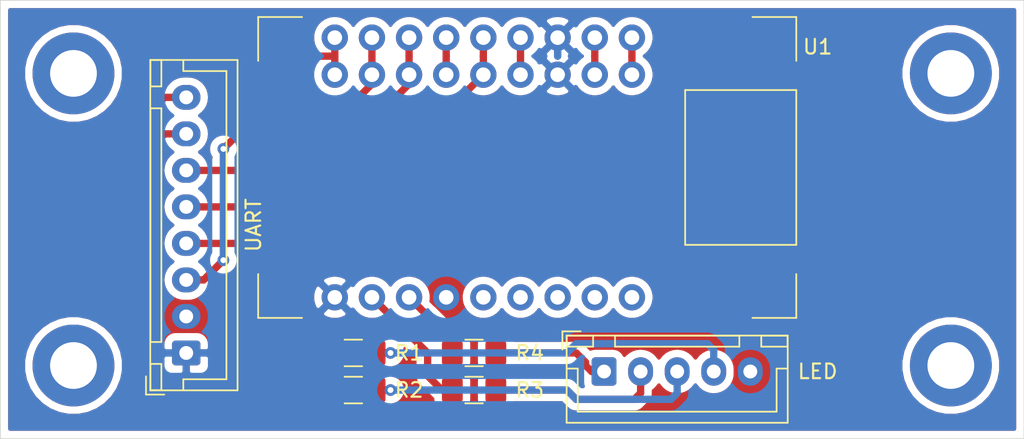
<source format=kicad_pcb>
(kicad_pcb (version 20171130) (host pcbnew 5.1.5-52549c5~84~ubuntu18.04.1)

  (general
    (thickness 1.6)
    (drawings 4)
    (tracks 80)
    (zones 0)
    (modules 11)
    (nets 28)
  )

  (page A4)
  (layers
    (0 F.Cu signal)
    (31 B.Cu signal)
    (32 B.Adhes user)
    (33 F.Adhes user)
    (34 B.Paste user)
    (35 F.Paste user)
    (36 B.SilkS user)
    (37 F.SilkS user)
    (38 B.Mask user)
    (39 F.Mask user)
    (40 Dwgs.User user)
    (41 Cmts.User user)
    (42 Eco1.User user)
    (43 Eco2.User user)
    (44 Edge.Cuts user)
    (45 Margin user)
    (46 B.CrtYd user)
    (47 F.CrtYd user)
    (48 B.Fab user hide)
    (49 F.Fab user hide)
  )

  (setup
    (last_trace_width 0.5)
    (user_trace_width 0.5)
    (trace_clearance 0.2)
    (zone_clearance 0.508)
    (zone_45_only no)
    (trace_min 0.2)
    (via_size 0.8)
    (via_drill 0.4)
    (via_min_size 0.4)
    (via_min_drill 0.3)
    (uvia_size 0.3)
    (uvia_drill 0.1)
    (uvias_allowed no)
    (uvia_min_size 0.2)
    (uvia_min_drill 0.1)
    (edge_width 0.05)
    (segment_width 0.2)
    (pcb_text_width 0.3)
    (pcb_text_size 1.5 1.5)
    (mod_edge_width 0.12)
    (mod_text_size 1 1)
    (mod_text_width 0.15)
    (pad_size 1.524 1.524)
    (pad_drill 0.762)
    (pad_to_mask_clearance 0.051)
    (solder_mask_min_width 0.25)
    (aux_axis_origin 0 0)
    (visible_elements FFFFFF7F)
    (pcbplotparams
      (layerselection 0x010fc_ffffffff)
      (usegerberextensions false)
      (usegerberattributes false)
      (usegerberadvancedattributes false)
      (creategerberjobfile false)
      (excludeedgelayer true)
      (linewidth 0.100000)
      (plotframeref false)
      (viasonmask false)
      (mode 1)
      (useauxorigin false)
      (hpglpennumber 1)
      (hpglpenspeed 20)
      (hpglpendiameter 15.000000)
      (psnegative false)
      (psa4output false)
      (plotreference true)
      (plotvalue true)
      (plotinvisibletext false)
      (padsonsilk false)
      (subtractmaskfromsilk false)
      (outputformat 1)
      (mirror false)
      (drillshape 0)
      (scaleselection 1)
      (outputdirectory "gerber/"))
  )

  (net 0 "")
  (net 1 GND)
  (net 2 +5V)
  (net 3 /TXD)
  (net 4 /RXD)
  (net 5 /RTS)
  (net 6 /DTR)
  (net 7 /CHRGLED)
  (net 8 /FINLED)
  (net 9 "Net-(P3-Pad1)")
  (net 10 "Net-(P4-Pad1)")
  (net 11 /TXLED)
  (net 12 /RXLED)
  (net 13 "Net-(P5-Pad1)")
  (net 14 "Net-(U1-Pad1)")
  (net 15 "Net-(U1-Pad2)")
  (net 16 "Net-(U1-Pad4)")
  (net 17 "Net-(U1-Pad6)")
  (net 18 "Net-(U1-Pad10)")
  (net 19 "Net-(U1-Pad11)")
  (net 20 "Net-(U1-Pad12)")
  (net 21 "Net-(U1-Pad13)")
  (net 22 "Net-(U1-Pad14)")
  (net 23 "Net-(P2-Pad4)")
  (net 24 "Net-(P2-Pad3)")
  (net 25 "Net-(P2-Pad2)")
  (net 26 "Net-(P6-Pad1)")
  (net 27 "Net-(P2-Pad1)")

  (net_class Default "This is the default net class."
    (clearance 0.2)
    (trace_width 0.25)
    (via_dia 0.8)
    (via_drill 0.4)
    (uvia_dia 0.3)
    (uvia_drill 0.1)
    (add_net +5V)
    (add_net /CHRGLED)
    (add_net /DTR)
    (add_net /FINLED)
    (add_net /RTS)
    (add_net /RXD)
    (add_net /RXLED)
    (add_net /TXD)
    (add_net /TXLED)
    (add_net GND)
    (add_net "Net-(P2-Pad1)")
    (add_net "Net-(P2-Pad2)")
    (add_net "Net-(P2-Pad3)")
    (add_net "Net-(P2-Pad4)")
    (add_net "Net-(P3-Pad1)")
    (add_net "Net-(P4-Pad1)")
    (add_net "Net-(P5-Pad1)")
    (add_net "Net-(P6-Pad1)")
    (add_net "Net-(U1-Pad1)")
    (add_net "Net-(U1-Pad10)")
    (add_net "Net-(U1-Pad11)")
    (add_net "Net-(U1-Pad12)")
    (add_net "Net-(U1-Pad13)")
    (add_net "Net-(U1-Pad14)")
    (add_net "Net-(U1-Pad2)")
    (add_net "Net-(U1-Pad4)")
    (add_net "Net-(U1-Pad6)")
  )

  (module buck:ft232rl_breakout_combined (layer F.Cu) (tedit 5E7124A4) (tstamp 5E3C579D)
    (at 113.03 91.44)
    (path /5E3DF8C6)
    (fp_text reference U1 (at 22.86 -8.255) (layer F.SilkS)
      (effects (font (size 1 1) (thickness 0.15)))
    )
    (fp_text value FT232breakout (at -5.2 -11.8) (layer F.Fab)
      (effects (font (size 1 1) (thickness 0.15)))
    )
    (fp_line (start -15.4 -10.3) (end -15.4 -7.3) (layer F.SilkS) (width 0.12))
    (fp_line (start -15.4 -10.3) (end -12.4 -10.3) (layer F.SilkS) (width 0.12))
    (fp_line (start -15.4 10.3) (end -15.4 7.3) (layer F.SilkS) (width 0.12))
    (fp_line (start -15.4 10.3) (end -12.4 10.3) (layer F.SilkS) (width 0.12))
    (fp_line (start 21.4 10.3) (end 18.4 10.3) (layer F.SilkS) (width 0.12))
    (fp_line (start 21.4 10.3) (end 21.4 7.3) (layer F.SilkS) (width 0.12))
    (fp_line (start 21.4 -10.3) (end 21.4 -7.3) (layer F.SilkS) (width 0.12))
    (fp_line (start 21.4 -10.3) (end 18.4 -10.3) (layer F.SilkS) (width 0.12))
    (fp_line (start 21.4 5.3) (end 21.4 -5.3) (layer F.SilkS) (width 0.12))
    (fp_line (start 13.8 5.3) (end 21.4 5.3) (layer F.SilkS) (width 0.12))
    (fp_line (start 13.8 -5.3) (end 13.8 5.3) (layer F.SilkS) (width 0.12))
    (fp_line (start 21.4 -5.3) (end 13.8 -5.3) (layer F.SilkS) (width 0.12))
    (fp_line (start -15.4 10.3) (end -15.4 -10.3) (layer F.Fab) (width 0.12))
    (fp_line (start 21.4 10.3) (end -15.4 10.3) (layer F.Fab) (width 0.12))
    (fp_line (start 21.4 -10.3) (end 21.4 10.3) (layer F.Fab) (width 0.12))
    (fp_line (start -15.4 -10.3) (end 21.4 -10.3) (layer F.Fab) (width 0.12))
    (pad 1 thru_hole circle (at 10.16 -6.35) (size 1.8 1.8) (drill 1) (layers *.Cu *.Mask)
      (net 14 "Net-(U1-Pad1)"))
    (pad 2 thru_hole circle (at 7.62 -6.35) (size 1.8 1.8) (drill 1) (layers *.Cu *.Mask)
      (net 15 "Net-(U1-Pad2)"))
    (pad 3 thru_hole circle (at 5.08 -6.35) (size 1.8 1.8) (drill 1) (layers *.Cu *.Mask)
      (net 1 GND))
    (pad 4 thru_hole circle (at 2.54 -6.35) (size 1.8 1.8) (drill 1) (layers *.Cu *.Mask)
      (net 16 "Net-(U1-Pad4)"))
    (pad 5 thru_hole circle (at 0 -6.35) (size 1.8 1.8) (drill 1) (layers *.Cu *.Mask)
      (net 4 /RXD))
    (pad 6 thru_hole circle (at -2.54 -6.35) (size 1.8 1.8) (drill 1) (layers *.Cu *.Mask)
      (net 17 "Net-(U1-Pad6)"))
    (pad 7 thru_hole circle (at -5.08 -6.35) (size 1.8 1.8) (drill 1) (layers *.Cu *.Mask)
      (net 5 /RTS))
    (pad 8 thru_hole circle (at -7.62 -6.35) (size 1.8 1.8) (drill 1) (layers *.Cu *.Mask)
      (net 6 /DTR))
    (pad 9 thru_hole circle (at -10.16 -6.35) (size 1.8 1.8) (drill 1) (layers *.Cu *.Mask)
      (net 3 /TXD))
    (pad 18 thru_hole circle (at -10.16 8.89) (size 1.8 1.8) (drill 1) (layers *.Cu *.Mask)
      (net 1 GND))
    (pad 17 thru_hole circle (at -7.62 8.89) (size 1.8 1.8) (drill 1) (layers *.Cu *.Mask)
      (net 11 /TXLED))
    (pad 16 thru_hole circle (at -5.08 8.89) (size 1.8 1.8) (drill 1) (layers *.Cu *.Mask)
      (net 12 /RXLED))
    (pad 15 thru_hole circle (at -2.54 8.89) (size 1.8 1.8) (drill 1) (layers *.Cu *.Mask)
      (net 2 +5V))
    (pad 14 thru_hole circle (at 0 8.89) (size 1.8 1.8) (drill 1) (layers *.Cu *.Mask)
      (net 22 "Net-(U1-Pad14)"))
    (pad 13 thru_hole circle (at 2.54 8.89) (size 1.8 1.8) (drill 1) (layers *.Cu *.Mask)
      (net 21 "Net-(U1-Pad13)"))
    (pad 12 thru_hole circle (at 5.08 8.89) (size 1.8 1.8) (drill 1) (layers *.Cu *.Mask)
      (net 20 "Net-(U1-Pad12)"))
    (pad 11 thru_hole circle (at 7.62 8.89) (size 1.8 1.8) (drill 1) (layers *.Cu *.Mask)
      (net 19 "Net-(U1-Pad11)"))
    (pad 10 thru_hole circle (at 10.16 8.89) (size 1.8 1.8) (drill 1) (layers *.Cu *.Mask)
      (net 18 "Net-(U1-Pad10)"))
    (pad 9 thru_hole circle (at -10.16 -8.89) (size 1.8 1.8) (drill 1) (layers *.Cu *.Mask)
      (net 3 /TXD))
    (pad 8 thru_hole circle (at -7.62 -8.89) (size 1.8 1.8) (drill 1) (layers *.Cu *.Mask)
      (net 6 /DTR))
    (pad 7 thru_hole circle (at -5.08 -8.89) (size 1.8 1.8) (drill 1) (layers *.Cu *.Mask)
      (net 5 /RTS))
    (pad 6 thru_hole circle (at -2.54 -8.89) (size 1.8 1.8) (drill 1) (layers *.Cu *.Mask)
      (net 17 "Net-(U1-Pad6)"))
    (pad 5 thru_hole circle (at 0 -8.89) (size 1.8 1.8) (drill 1) (layers *.Cu *.Mask)
      (net 4 /RXD))
    (pad 4 thru_hole circle (at 2.54 -8.89) (size 1.8 1.8) (drill 1) (layers *.Cu *.Mask)
      (net 16 "Net-(U1-Pad4)"))
    (pad 3 thru_hole circle (at 5.08 -8.89) (size 1.8 1.8) (drill 1) (layers *.Cu *.Mask)
      (net 1 GND))
    (pad 2 thru_hole circle (at 7.62 -8.89) (size 1.8 1.8) (drill 1) (layers *.Cu *.Mask)
      (net 15 "Net-(U1-Pad2)"))
    (pad 1 thru_hole circle (at 10.16 -8.89) (size 1.8 1.8) (drill 1) (layers *.Cu *.Mask)
      (net 14 "Net-(U1-Pad1)"))
    (model ${KISYS3DMOD}/modules/FT232R_Breakout_micro.wrl
      (at (xyz 0 0 0))
      (scale (xyz 1 1 1))
      (rotate (xyz 0 0 0))
    )
  )

  (module MountingHole:MountingHole_3.2mm_M3_DIN965_Pad (layer F.Cu) (tedit 56D1B4CB) (tstamp 5E3C84A3)
    (at 145 105)
    (descr "Mounting Hole 3.2mm, M3, DIN965")
    (tags "mounting hole 3.2mm m3 din965")
    (path /5E41A099)
    (attr virtual)
    (fp_text reference P6 (at 0 -3.8) (layer F.SilkS) hide
      (effects (font (size 1 1) (thickness 0.15)))
    )
    (fp_text value CONN_01X01 (at 0 3.8) (layer F.Fab)
      (effects (font (size 1 1) (thickness 0.15)))
    )
    (fp_circle (center 0 0) (end 3.05 0) (layer F.CrtYd) (width 0.05))
    (fp_circle (center 0 0) (end 2.8 0) (layer Cmts.User) (width 0.15))
    (fp_text user %R (at 0.3 0) (layer F.Fab)
      (effects (font (size 1 1) (thickness 0.15)))
    )
    (pad 1 thru_hole circle (at 0 0) (size 5.6 5.6) (drill 3.2) (layers *.Cu *.Mask)
      (net 26 "Net-(P6-Pad1)"))
  )

  (module MountingHole:MountingHole_3.2mm_M3_DIN965_Pad (layer F.Cu) (tedit 56D1B4CB) (tstamp 5E3C5733)
    (at 85 85 180)
    (descr "Mounting Hole 3.2mm, M3, DIN965")
    (tags "mounting hole 3.2mm m3 din965")
    (path /5E419CE7)
    (attr virtual)
    (fp_text reference P5 (at 0 -3.8) (layer F.SilkS) hide
      (effects (font (size 1 1) (thickness 0.15)))
    )
    (fp_text value CONN_01X01 (at 0 3.8) (layer F.Fab)
      (effects (font (size 1 1) (thickness 0.15)))
    )
    (fp_circle (center 0 0) (end 3.05 0) (layer F.CrtYd) (width 0.05))
    (fp_circle (center 0 0) (end 2.8 0) (layer Cmts.User) (width 0.15))
    (fp_text user %R (at 0.3 0) (layer F.Fab)
      (effects (font (size 1 1) (thickness 0.15)))
    )
    (pad 1 thru_hole circle (at 0 0 180) (size 5.6 5.6) (drill 3.2) (layers *.Cu *.Mask)
      (net 13 "Net-(P5-Pad1)"))
  )

  (module MountingHole:MountingHole_3.2mm_M3_DIN965_Pad (layer F.Cu) (tedit 56D1B4CB) (tstamp 5E3C570A)
    (at 145 85)
    (descr "Mounting Hole 3.2mm, M3, DIN965")
    (tags "mounting hole 3.2mm m3 din965")
    (path /5E41988A)
    (attr virtual)
    (fp_text reference P4 (at 0 -3.8) (layer F.SilkS) hide
      (effects (font (size 1 1) (thickness 0.15)))
    )
    (fp_text value CONN_01X01 (at 0 3.8) (layer F.Fab)
      (effects (font (size 1 1) (thickness 0.15)))
    )
    (fp_circle (center 0 0) (end 3.05 0) (layer F.CrtYd) (width 0.05))
    (fp_circle (center 0 0) (end 2.8 0) (layer Cmts.User) (width 0.15))
    (fp_text user %R (at 0.3 0) (layer F.Fab)
      (effects (font (size 1 1) (thickness 0.15)))
    )
    (pad 1 thru_hole circle (at 0 0) (size 5.6 5.6) (drill 3.2) (layers *.Cu *.Mask)
      (net 10 "Net-(P4-Pad1)"))
  )

  (module MountingHole:MountingHole_3.2mm_M3_DIN965_Pad (layer F.Cu) (tedit 56D1B4CB) (tstamp 5E3C56E1)
    (at 85 105)
    (descr "Mounting Hole 3.2mm, M3, DIN965")
    (tags "mounting hole 3.2mm m3 din965")
    (path /5E41938C)
    (attr virtual)
    (fp_text reference P3 (at 0 -3.8) (layer F.SilkS) hide
      (effects (font (size 1 1) (thickness 0.15)))
    )
    (fp_text value CONN_01X01 (at 0 3.8) (layer F.Fab)
      (effects (font (size 1 1) (thickness 0.15)))
    )
    (fp_circle (center 0 0) (end 3.05 0) (layer F.CrtYd) (width 0.05))
    (fp_circle (center 0 0) (end 2.8 0) (layer Cmts.User) (width 0.15))
    (fp_text user %R (at 0.3 0) (layer F.Fab)
      (effects (font (size 1 1) (thickness 0.15)))
    )
    (pad 1 thru_hole circle (at 0 0) (size 5.6 5.6) (drill 3.2) (layers *.Cu *.Mask)
      (net 9 "Net-(P3-Pad1)"))
  )

  (module Connector_JST:JST_XH_B5B-XH-A_1x05_P2.50mm_Vertical (layer F.Cu) (tedit 5C28146C) (tstamp 5E3C56B8)
    (at 121.285 105.41)
    (descr "JST XH series connector, B5B-XH-A (http://www.jst-mfg.com/product/pdf/eng/eXH.pdf), generated with kicad-footprint-generator")
    (tags "connector JST XH vertical")
    (path /5E414AD0)
    (fp_text reference P2 (at 5 -3.55) (layer F.SilkS) hide
      (effects (font (size 1 1) (thickness 0.15)))
    )
    (fp_text value LED (at 14.605 0) (layer F.SilkS)
      (effects (font (size 1 1) (thickness 0.15)))
    )
    (fp_text user %R (at 5 2.7) (layer F.Fab)
      (effects (font (size 1 1) (thickness 0.15)))
    )
    (fp_line (start -2.85 -2.75) (end -2.85 -1.5) (layer F.SilkS) (width 0.12))
    (fp_line (start -1.6 -2.75) (end -2.85 -2.75) (layer F.SilkS) (width 0.12))
    (fp_line (start 11.8 2.75) (end 5 2.75) (layer F.SilkS) (width 0.12))
    (fp_line (start 11.8 -0.2) (end 11.8 2.75) (layer F.SilkS) (width 0.12))
    (fp_line (start 12.55 -0.2) (end 11.8 -0.2) (layer F.SilkS) (width 0.12))
    (fp_line (start -1.8 2.75) (end 5 2.75) (layer F.SilkS) (width 0.12))
    (fp_line (start -1.8 -0.2) (end -1.8 2.75) (layer F.SilkS) (width 0.12))
    (fp_line (start -2.55 -0.2) (end -1.8 -0.2) (layer F.SilkS) (width 0.12))
    (fp_line (start 12.55 -2.45) (end 10.75 -2.45) (layer F.SilkS) (width 0.12))
    (fp_line (start 12.55 -1.7) (end 12.55 -2.45) (layer F.SilkS) (width 0.12))
    (fp_line (start 10.75 -1.7) (end 12.55 -1.7) (layer F.SilkS) (width 0.12))
    (fp_line (start 10.75 -2.45) (end 10.75 -1.7) (layer F.SilkS) (width 0.12))
    (fp_line (start -0.75 -2.45) (end -2.55 -2.45) (layer F.SilkS) (width 0.12))
    (fp_line (start -0.75 -1.7) (end -0.75 -2.45) (layer F.SilkS) (width 0.12))
    (fp_line (start -2.55 -1.7) (end -0.75 -1.7) (layer F.SilkS) (width 0.12))
    (fp_line (start -2.55 -2.45) (end -2.55 -1.7) (layer F.SilkS) (width 0.12))
    (fp_line (start 9.25 -2.45) (end 0.75 -2.45) (layer F.SilkS) (width 0.12))
    (fp_line (start 9.25 -1.7) (end 9.25 -2.45) (layer F.SilkS) (width 0.12))
    (fp_line (start 0.75 -1.7) (end 9.25 -1.7) (layer F.SilkS) (width 0.12))
    (fp_line (start 0.75 -2.45) (end 0.75 -1.7) (layer F.SilkS) (width 0.12))
    (fp_line (start 0 -1.35) (end 0.625 -2.35) (layer F.Fab) (width 0.1))
    (fp_line (start -0.625 -2.35) (end 0 -1.35) (layer F.Fab) (width 0.1))
    (fp_line (start 12.95 -2.85) (end -2.95 -2.85) (layer F.CrtYd) (width 0.05))
    (fp_line (start 12.95 3.9) (end 12.95 -2.85) (layer F.CrtYd) (width 0.05))
    (fp_line (start -2.95 3.9) (end 12.95 3.9) (layer F.CrtYd) (width 0.05))
    (fp_line (start -2.95 -2.85) (end -2.95 3.9) (layer F.CrtYd) (width 0.05))
    (fp_line (start 12.56 -2.46) (end -2.56 -2.46) (layer F.SilkS) (width 0.12))
    (fp_line (start 12.56 3.51) (end 12.56 -2.46) (layer F.SilkS) (width 0.12))
    (fp_line (start -2.56 3.51) (end 12.56 3.51) (layer F.SilkS) (width 0.12))
    (fp_line (start -2.56 -2.46) (end -2.56 3.51) (layer F.SilkS) (width 0.12))
    (fp_line (start 12.45 -2.35) (end -2.45 -2.35) (layer F.Fab) (width 0.1))
    (fp_line (start 12.45 3.4) (end 12.45 -2.35) (layer F.Fab) (width 0.1))
    (fp_line (start -2.45 3.4) (end 12.45 3.4) (layer F.Fab) (width 0.1))
    (fp_line (start -2.45 -2.35) (end -2.45 3.4) (layer F.Fab) (width 0.1))
    (pad 5 thru_hole oval (at 10 0) (size 1.7 1.95) (drill 0.95) (layers *.Cu *.Mask)
      (net 2 +5V))
    (pad 4 thru_hole oval (at 7.5 0) (size 1.7 1.95) (drill 0.95) (layers *.Cu *.Mask)
      (net 23 "Net-(P2-Pad4)"))
    (pad 3 thru_hole oval (at 5 0) (size 1.7 1.95) (drill 0.95) (layers *.Cu *.Mask)
      (net 24 "Net-(P2-Pad3)"))
    (pad 2 thru_hole oval (at 2.5 0) (size 1.7 1.95) (drill 0.95) (layers *.Cu *.Mask)
      (net 25 "Net-(P2-Pad2)"))
    (pad 1 thru_hole roundrect (at 0 0) (size 1.7 1.95) (drill 0.95) (layers *.Cu *.Mask) (roundrect_rratio 0.147059)
      (net 27 "Net-(P2-Pad1)"))
    (model ${KISYS3DMOD}/Connector_JST.3dshapes/JST_XH_B5B-XH-A_1x05_P2.50mm_Vertical.wrl
      (at (xyz 0 0 0))
      (scale (xyz 1 1 1))
      (rotate (xyz 0 0 0))
    )
  )

  (module Connector_JST:JST_XH_B8B-XH-A_1x08_P2.50mm_Vertical (layer F.Cu) (tedit 5C28146C) (tstamp 5E3C568F)
    (at 92.71 104.14 90)
    (descr "JST XH series connector, B8B-XH-A (http://www.jst-mfg.com/product/pdf/eng/eXH.pdf), generated with kicad-footprint-generator")
    (tags "connector JST XH vertical")
    (path /5E3E1E1F)
    (fp_text reference P1 (at 8.75 -3.55 90) (layer F.SilkS) hide
      (effects (font (size 1 1) (thickness 0.15)))
    )
    (fp_text value UART (at 8.75 4.6 90) (layer F.SilkS)
      (effects (font (size 1 1) (thickness 0.15)))
    )
    (fp_line (start -2.45 -2.35) (end -2.45 3.4) (layer F.Fab) (width 0.1))
    (fp_line (start -2.45 3.4) (end 19.95 3.4) (layer F.Fab) (width 0.1))
    (fp_line (start 19.95 3.4) (end 19.95 -2.35) (layer F.Fab) (width 0.1))
    (fp_line (start 19.95 -2.35) (end -2.45 -2.35) (layer F.Fab) (width 0.1))
    (fp_line (start -2.56 -2.46) (end -2.56 3.51) (layer F.SilkS) (width 0.12))
    (fp_line (start -2.56 3.51) (end 20.06 3.51) (layer F.SilkS) (width 0.12))
    (fp_line (start 20.06 3.51) (end 20.06 -2.46) (layer F.SilkS) (width 0.12))
    (fp_line (start 20.06 -2.46) (end -2.56 -2.46) (layer F.SilkS) (width 0.12))
    (fp_line (start -2.95 -2.85) (end -2.95 3.9) (layer F.CrtYd) (width 0.05))
    (fp_line (start -2.95 3.9) (end 20.45 3.9) (layer F.CrtYd) (width 0.05))
    (fp_line (start 20.45 3.9) (end 20.45 -2.85) (layer F.CrtYd) (width 0.05))
    (fp_line (start 20.45 -2.85) (end -2.95 -2.85) (layer F.CrtYd) (width 0.05))
    (fp_line (start -0.625 -2.35) (end 0 -1.35) (layer F.Fab) (width 0.1))
    (fp_line (start 0 -1.35) (end 0.625 -2.35) (layer F.Fab) (width 0.1))
    (fp_line (start 0.75 -2.45) (end 0.75 -1.7) (layer F.SilkS) (width 0.12))
    (fp_line (start 0.75 -1.7) (end 16.75 -1.7) (layer F.SilkS) (width 0.12))
    (fp_line (start 16.75 -1.7) (end 16.75 -2.45) (layer F.SilkS) (width 0.12))
    (fp_line (start 16.75 -2.45) (end 0.75 -2.45) (layer F.SilkS) (width 0.12))
    (fp_line (start -2.55 -2.45) (end -2.55 -1.7) (layer F.SilkS) (width 0.12))
    (fp_line (start -2.55 -1.7) (end -0.75 -1.7) (layer F.SilkS) (width 0.12))
    (fp_line (start -0.75 -1.7) (end -0.75 -2.45) (layer F.SilkS) (width 0.12))
    (fp_line (start -0.75 -2.45) (end -2.55 -2.45) (layer F.SilkS) (width 0.12))
    (fp_line (start 18.25 -2.45) (end 18.25 -1.7) (layer F.SilkS) (width 0.12))
    (fp_line (start 18.25 -1.7) (end 20.05 -1.7) (layer F.SilkS) (width 0.12))
    (fp_line (start 20.05 -1.7) (end 20.05 -2.45) (layer F.SilkS) (width 0.12))
    (fp_line (start 20.05 -2.45) (end 18.25 -2.45) (layer F.SilkS) (width 0.12))
    (fp_line (start -2.55 -0.2) (end -1.8 -0.2) (layer F.SilkS) (width 0.12))
    (fp_line (start -1.8 -0.2) (end -1.8 2.75) (layer F.SilkS) (width 0.12))
    (fp_line (start -1.8 2.75) (end 8.75 2.75) (layer F.SilkS) (width 0.12))
    (fp_line (start 20.05 -0.2) (end 19.3 -0.2) (layer F.SilkS) (width 0.12))
    (fp_line (start 19.3 -0.2) (end 19.3 2.75) (layer F.SilkS) (width 0.12))
    (fp_line (start 19.3 2.75) (end 8.75 2.75) (layer F.SilkS) (width 0.12))
    (fp_line (start -1.6 -2.75) (end -2.85 -2.75) (layer F.SilkS) (width 0.12))
    (fp_line (start -2.85 -2.75) (end -2.85 -1.5) (layer F.SilkS) (width 0.12))
    (fp_text user %R (at 8.75 2.7 90) (layer F.Fab)
      (effects (font (size 1 1) (thickness 0.15)))
    )
    (pad 1 thru_hole roundrect (at 0 0 90) (size 1.7 1.95) (drill 0.95) (layers *.Cu *.Mask) (roundrect_rratio 0.147059)
      (net 1 GND))
    (pad 2 thru_hole oval (at 2.5 0 90) (size 1.7 1.95) (drill 0.95) (layers *.Cu *.Mask)
      (net 2 +5V))
    (pad 3 thru_hole oval (at 5 0 90) (size 1.7 1.95) (drill 0.95) (layers *.Cu *.Mask)
      (net 3 /TXD))
    (pad 4 thru_hole oval (at 7.5 0 90) (size 1.7 1.95) (drill 0.95) (layers *.Cu *.Mask)
      (net 4 /RXD))
    (pad 5 thru_hole oval (at 10 0 90) (size 1.7 1.95) (drill 0.95) (layers *.Cu *.Mask)
      (net 5 /RTS))
    (pad 6 thru_hole oval (at 12.5 0 90) (size 1.7 1.95) (drill 0.95) (layers *.Cu *.Mask)
      (net 6 /DTR))
    (pad 7 thru_hole oval (at 15 0 90) (size 1.7 1.95) (drill 0.95) (layers *.Cu *.Mask)
      (net 7 /CHRGLED))
    (pad 8 thru_hole oval (at 17.5 0 90) (size 1.7 1.95) (drill 0.95) (layers *.Cu *.Mask)
      (net 8 /FINLED))
    (model ${KISYS3DMOD}/Connector_JST.3dshapes/JST_XH_B8B-XH-A_1x08_P2.50mm_Vertical.wrl
      (at (xyz 0 0 0))
      (scale (xyz 1 1 1))
      (rotate (xyz 0 0 0))
    )
  )

  (module Resistor_SMD:R_1206_3216Metric_Pad1.42x1.75mm_HandSolder (layer F.Cu) (tedit 5B301BBD) (tstamp 5E3C5744)
    (at 104.14 104.14 180)
    (descr "Resistor SMD 1206 (3216 Metric), square (rectangular) end terminal, IPC_7351 nominal with elongated pad for handsoldering. (Body size source: http://www.tortai-tech.com/upload/download/2011102023233369053.pdf), generated with kicad-footprint-generator")
    (tags "resistor handsolder")
    (path /5E3E4682)
    (attr smd)
    (fp_text reference R1 (at -3.81 0) (layer F.SilkS)
      (effects (font (size 1 1) (thickness 0.15)))
    )
    (fp_text value 150 (at 0 1.82) (layer F.Fab)
      (effects (font (size 1 1) (thickness 0.15)))
    )
    (fp_line (start -1.6 0.8) (end -1.6 -0.8) (layer F.Fab) (width 0.1))
    (fp_line (start -1.6 -0.8) (end 1.6 -0.8) (layer F.Fab) (width 0.1))
    (fp_line (start 1.6 -0.8) (end 1.6 0.8) (layer F.Fab) (width 0.1))
    (fp_line (start 1.6 0.8) (end -1.6 0.8) (layer F.Fab) (width 0.1))
    (fp_line (start -0.602064 -0.91) (end 0.602064 -0.91) (layer F.SilkS) (width 0.12))
    (fp_line (start -0.602064 0.91) (end 0.602064 0.91) (layer F.SilkS) (width 0.12))
    (fp_line (start -2.45 1.12) (end -2.45 -1.12) (layer F.CrtYd) (width 0.05))
    (fp_line (start -2.45 -1.12) (end 2.45 -1.12) (layer F.CrtYd) (width 0.05))
    (fp_line (start 2.45 -1.12) (end 2.45 1.12) (layer F.CrtYd) (width 0.05))
    (fp_line (start 2.45 1.12) (end -2.45 1.12) (layer F.CrtYd) (width 0.05))
    (fp_text user %R (at 0 0) (layer F.Fab)
      (effects (font (size 0.8 0.8) (thickness 0.12)))
    )
    (pad 1 smd roundrect (at -1.4875 0 180) (size 1.425 1.75) (layers F.Cu F.Paste F.Mask) (roundrect_rratio 0.175439)
      (net 23 "Net-(P2-Pad4)"))
    (pad 2 smd roundrect (at 1.4875 0 180) (size 1.425 1.75) (layers F.Cu F.Paste F.Mask) (roundrect_rratio 0.175439)
      (net 7 /CHRGLED))
    (model ${KISYS3DMOD}/Resistor_SMD.3dshapes/R_1206_3216Metric.wrl
      (at (xyz 0 0 0))
      (scale (xyz 1 1 1))
      (rotate (xyz 0 0 0))
    )
  )

  (module Resistor_SMD:R_1206_3216Metric_Pad1.42x1.75mm_HandSolder (layer F.Cu) (tedit 5B301BBD) (tstamp 5E3C5755)
    (at 104.14 106.68 180)
    (descr "Resistor SMD 1206 (3216 Metric), square (rectangular) end terminal, IPC_7351 nominal with elongated pad for handsoldering. (Body size source: http://www.tortai-tech.com/upload/download/2011102023233369053.pdf), generated with kicad-footprint-generator")
    (tags "resistor handsolder")
    (path /5E3E8F2E)
    (attr smd)
    (fp_text reference R2 (at -3.81 0) (layer F.SilkS)
      (effects (font (size 1 1) (thickness 0.15)))
    )
    (fp_text value 150 (at 0 1.82) (layer F.Fab)
      (effects (font (size 1 1) (thickness 0.15)))
    )
    (fp_text user %R (at 0 0) (layer F.Fab)
      (effects (font (size 0.8 0.8) (thickness 0.12)))
    )
    (fp_line (start 2.45 1.12) (end -2.45 1.12) (layer F.CrtYd) (width 0.05))
    (fp_line (start 2.45 -1.12) (end 2.45 1.12) (layer F.CrtYd) (width 0.05))
    (fp_line (start -2.45 -1.12) (end 2.45 -1.12) (layer F.CrtYd) (width 0.05))
    (fp_line (start -2.45 1.12) (end -2.45 -1.12) (layer F.CrtYd) (width 0.05))
    (fp_line (start -0.602064 0.91) (end 0.602064 0.91) (layer F.SilkS) (width 0.12))
    (fp_line (start -0.602064 -0.91) (end 0.602064 -0.91) (layer F.SilkS) (width 0.12))
    (fp_line (start 1.6 0.8) (end -1.6 0.8) (layer F.Fab) (width 0.1))
    (fp_line (start 1.6 -0.8) (end 1.6 0.8) (layer F.Fab) (width 0.1))
    (fp_line (start -1.6 -0.8) (end 1.6 -0.8) (layer F.Fab) (width 0.1))
    (fp_line (start -1.6 0.8) (end -1.6 -0.8) (layer F.Fab) (width 0.1))
    (pad 2 smd roundrect (at 1.4875 0 180) (size 1.425 1.75) (layers F.Cu F.Paste F.Mask) (roundrect_rratio 0.175439)
      (net 8 /FINLED))
    (pad 1 smd roundrect (at -1.4875 0 180) (size 1.425 1.75) (layers F.Cu F.Paste F.Mask) (roundrect_rratio 0.175439)
      (net 24 "Net-(P2-Pad3)"))
    (model ${KISYS3DMOD}/Resistor_SMD.3dshapes/R_1206_3216Metric.wrl
      (at (xyz 0 0 0))
      (scale (xyz 1 1 1))
      (rotate (xyz 0 0 0))
    )
  )

  (module Resistor_SMD:R_1206_3216Metric_Pad1.42x1.75mm_HandSolder (layer F.Cu) (tedit 5B301BBD) (tstamp 5E3C5766)
    (at 112.395 106.68 180)
    (descr "Resistor SMD 1206 (3216 Metric), square (rectangular) end terminal, IPC_7351 nominal with elongated pad for handsoldering. (Body size source: http://www.tortai-tech.com/upload/download/2011102023233369053.pdf), generated with kicad-footprint-generator")
    (tags "resistor handsolder")
    (path /5E3ECA59)
    (attr smd)
    (fp_text reference R3 (at -3.81 0) (layer F.SilkS)
      (effects (font (size 1 1) (thickness 0.15)))
    )
    (fp_text value 150 (at 0 1.82) (layer F.Fab)
      (effects (font (size 1 1) (thickness 0.15)))
    )
    (fp_line (start -1.6 0.8) (end -1.6 -0.8) (layer F.Fab) (width 0.1))
    (fp_line (start -1.6 -0.8) (end 1.6 -0.8) (layer F.Fab) (width 0.1))
    (fp_line (start 1.6 -0.8) (end 1.6 0.8) (layer F.Fab) (width 0.1))
    (fp_line (start 1.6 0.8) (end -1.6 0.8) (layer F.Fab) (width 0.1))
    (fp_line (start -0.602064 -0.91) (end 0.602064 -0.91) (layer F.SilkS) (width 0.12))
    (fp_line (start -0.602064 0.91) (end 0.602064 0.91) (layer F.SilkS) (width 0.12))
    (fp_line (start -2.45 1.12) (end -2.45 -1.12) (layer F.CrtYd) (width 0.05))
    (fp_line (start -2.45 -1.12) (end 2.45 -1.12) (layer F.CrtYd) (width 0.05))
    (fp_line (start 2.45 -1.12) (end 2.45 1.12) (layer F.CrtYd) (width 0.05))
    (fp_line (start 2.45 1.12) (end -2.45 1.12) (layer F.CrtYd) (width 0.05))
    (fp_text user %R (at -0.0125 0) (layer F.Fab)
      (effects (font (size 0.8 0.8) (thickness 0.12)))
    )
    (pad 1 smd roundrect (at -1.4875 0 180) (size 1.425 1.75) (layers F.Cu F.Paste F.Mask) (roundrect_rratio 0.175439)
      (net 25 "Net-(P2-Pad2)"))
    (pad 2 smd roundrect (at 1.4875 0 180) (size 1.425 1.75) (layers F.Cu F.Paste F.Mask) (roundrect_rratio 0.175439)
      (net 11 /TXLED))
    (model ${KISYS3DMOD}/Resistor_SMD.3dshapes/R_1206_3216Metric.wrl
      (at (xyz 0 0 0))
      (scale (xyz 1 1 1))
      (rotate (xyz 0 0 0))
    )
  )

  (module Resistor_SMD:R_1206_3216Metric_Pad1.42x1.75mm_HandSolder (layer F.Cu) (tedit 5B301BBD) (tstamp 5E3C5777)
    (at 112.395 104.14 180)
    (descr "Resistor SMD 1206 (3216 Metric), square (rectangular) end terminal, IPC_7351 nominal with elongated pad for handsoldering. (Body size source: http://www.tortai-tech.com/upload/download/2011102023233369053.pdf), generated with kicad-footprint-generator")
    (tags "resistor handsolder")
    (path /5E3F1203)
    (attr smd)
    (fp_text reference R4 (at -3.81 0 180) (layer F.SilkS)
      (effects (font (size 1 1) (thickness 0.15)))
    )
    (fp_text value 150 (at 0 1.82 180) (layer F.Fab)
      (effects (font (size 1 1) (thickness 0.15)))
    )
    (fp_text user %R (at 0 0 180) (layer F.Fab)
      (effects (font (size 0.8 0.8) (thickness 0.12)))
    )
    (fp_line (start 2.45 1.12) (end -2.45 1.12) (layer F.CrtYd) (width 0.05))
    (fp_line (start 2.45 -1.12) (end 2.45 1.12) (layer F.CrtYd) (width 0.05))
    (fp_line (start -2.45 -1.12) (end 2.45 -1.12) (layer F.CrtYd) (width 0.05))
    (fp_line (start -2.45 1.12) (end -2.45 -1.12) (layer F.CrtYd) (width 0.05))
    (fp_line (start -0.602064 0.91) (end 0.602064 0.91) (layer F.SilkS) (width 0.12))
    (fp_line (start -0.602064 -0.91) (end 0.602064 -0.91) (layer F.SilkS) (width 0.12))
    (fp_line (start 1.6 0.8) (end -1.6 0.8) (layer F.Fab) (width 0.1))
    (fp_line (start 1.6 -0.8) (end 1.6 0.8) (layer F.Fab) (width 0.1))
    (fp_line (start -1.6 -0.8) (end 1.6 -0.8) (layer F.Fab) (width 0.1))
    (fp_line (start -1.6 0.8) (end -1.6 -0.8) (layer F.Fab) (width 0.1))
    (pad 2 smd roundrect (at 1.4875 0 180) (size 1.425 1.75) (layers F.Cu F.Paste F.Mask) (roundrect_rratio 0.175439)
      (net 12 /RXLED))
    (pad 1 smd roundrect (at -1.4875 0 180) (size 1.425 1.75) (layers F.Cu F.Paste F.Mask) (roundrect_rratio 0.175439)
      (net 27 "Net-(P2-Pad1)"))
    (model ${KISYS3DMOD}/Resistor_SMD.3dshapes/R_1206_3216Metric.wrl
      (at (xyz 0 0 0))
      (scale (xyz 1 1 1))
      (rotate (xyz 0 0 0))
    )
  )

  (gr_line (start 80 110) (end 80 80) (layer Edge.Cuts) (width 0.05) (tstamp 5E3C723F))
  (gr_line (start 150 110) (end 80 110) (layer Edge.Cuts) (width 0.05))
  (gr_line (start 150 80) (end 150 110) (layer Edge.Cuts) (width 0.05))
  (gr_line (start 80 80) (end 150 80) (layer Edge.Cuts) (width 0.05))

  (segment (start 99.06 104.14) (end 102.87 100.33) (width 0.5) (layer B.Cu) (net 1))
  (segment (start 92.71 104.14) (end 99.06 104.14) (width 0.5) (layer B.Cu) (net 1))
  (segment (start 118.11 82.55) (end 118.11 83.82) (width 0.5) (layer B.Cu) (net 1))
  (segment (start 118.11 82.55) (end 118.11 83.822792) (width 0.5) (layer B.Cu) (net 1))
  (segment (start 102.872792 100.327208) (end 102.87 100.33) (width 0.5) (layer B.Cu) (net 1))
  (segment (start 92.71 99.14) (end 93.9 99.14) (width 0.5) (layer F.Cu) (net 3))
  (via (at 95.25 97.79) (size 0.8) (drill 0.4) (layers F.Cu B.Cu) (net 3))
  (segment (start 93.9 99.14) (end 95.25 97.79) (width 0.5) (layer F.Cu) (net 3))
  (via (at 95.25 90.17) (size 0.8) (drill 0.4) (layers F.Cu B.Cu) (net 3))
  (segment (start 95.25 97.79) (end 95.25 90.17) (width 0.5) (layer B.Cu) (net 3))
  (segment (start 101.6 83.82) (end 102.87 83.82) (width 0.5) (layer F.Cu) (net 3))
  (segment (start 95.25 90.17) (end 101.6 83.82) (width 0.5) (layer F.Cu) (net 3))
  (segment (start 102.87 82.55) (end 102.87 83.82) (width 0.5) (layer F.Cu) (net 3))
  (segment (start 102.87 85.09) (end 102.87 83.82) (width 0.5) (layer F.Cu) (net 3))
  (segment (start 92.71 96.64) (end 101.48 96.64) (width 0.5) (layer F.Cu) (net 4))
  (segment (start 113.03 85.09) (end 113.03 83.82) (width 0.5) (layer F.Cu) (net 4))
  (segment (start 101.48 96.64) (end 113.03 85.09) (width 0.5) (layer F.Cu) (net 4))
  (segment (start 113.03 83.82) (end 113.03 82.55) (width 0.5) (layer F.Cu) (net 4))
  (segment (start 92.71 94.14) (end 99.535 94.14) (width 0.5) (layer F.Cu) (net 5))
  (segment (start 107.95 85.725) (end 107.95 83.82) (width 0.5) (layer F.Cu) (net 5))
  (segment (start 99.535 94.14) (end 107.95 85.725) (width 0.5) (layer F.Cu) (net 5))
  (segment (start 107.95 83.82) (end 107.95 82.55) (width 0.5) (layer F.Cu) (net 5))
  (segment (start 92.71 91.64) (end 99.495 91.64) (width 0.5) (layer F.Cu) (net 6))
  (segment (start 105.41 85.725) (end 105.41 83.82) (width 0.5) (layer F.Cu) (net 6))
  (segment (start 99.495 91.64) (end 105.41 85.725) (width 0.5) (layer F.Cu) (net 6))
  (segment (start 105.41 83.82) (end 105.41 82.55) (width 0.5) (layer F.Cu) (net 6))
  (segment (start 91.235 89.14) (end 90.17 90.205) (width 0.5) (layer F.Cu) (net 7))
  (segment (start 92.71 89.14) (end 91.235 89.14) (width 0.5) (layer F.Cu) (net 7))
  (segment (start 90.17 90.205) (end 90.17 104.775) (width 0.5) (layer F.Cu) (net 7))
  (segment (start 90.17 104.775) (end 91.44 106.045) (width 0.5) (layer F.Cu) (net 7))
  (segment (start 91.44 106.045) (end 93.98 106.045) (width 0.5) (layer F.Cu) (net 7))
  (segment (start 95.885 104.14) (end 102.6525 104.14) (width 0.5) (layer F.Cu) (net 7))
  (segment (start 93.98 106.045) (end 95.885 104.14) (width 0.5) (layer F.Cu) (net 7))
  (segment (start 102.235 107.0975) (end 102.6525 106.68) (width 0.5) (layer F.Cu) (net 8))
  (segment (start 91.235 86.64) (end 88.9 88.975) (width 0.5) (layer F.Cu) (net 8))
  (segment (start 90.805 107.315) (end 102.235 107.315) (width 0.5) (layer F.Cu) (net 8))
  (segment (start 92.71 86.64) (end 91.235 86.64) (width 0.5) (layer F.Cu) (net 8))
  (segment (start 88.9 88.975) (end 88.9 105.41) (width 0.5) (layer F.Cu) (net 8))
  (segment (start 88.9 105.41) (end 90.805 107.315) (width 0.5) (layer F.Cu) (net 8))
  (segment (start 102.235 107.315) (end 102.235 107.0975) (width 0.5) (layer F.Cu) (net 8))
  (segment (start 110.195 106.68) (end 109.22 105.705) (width 0.5) (layer F.Cu) (net 11))
  (segment (start 110.9075 106.68) (end 110.195 106.68) (width 0.5) (layer F.Cu) (net 11))
  (segment (start 109.22 105.705) (end 109.22 104.14) (width 0.5) (layer F.Cu) (net 11))
  (segment (start 109.22 104.14) (end 105.41 100.33) (width 0.5) (layer F.Cu) (net 11))
  (segment (start 110.9075 103.265) (end 109.2425 101.6) (width 0.5) (layer F.Cu) (net 12))
  (segment (start 110.9075 104.14) (end 110.9075 103.265) (width 0.5) (layer F.Cu) (net 12))
  (segment (start 109.22 101.6) (end 107.95 100.33) (width 0.5) (layer F.Cu) (net 12))
  (segment (start 109.2425 101.6) (end 109.22 101.6) (width 0.5) (layer F.Cu) (net 12))
  (segment (start 123.19 82.55) (end 123.19 83.82) (width 0.5) (layer F.Cu) (net 14))
  (segment (start 123.19 83.82) (end 123.19 85.09) (width 0.5) (layer F.Cu) (net 14))
  (segment (start 120.65 83.82) (end 120.65 82.55) (width 0.5) (layer F.Cu) (net 15))
  (segment (start 120.65 83.82) (end 120.65 85.09) (width 0.5) (layer F.Cu) (net 15))
  (segment (start 115.57 83.82) (end 115.57 82.55) (width 0.5) (layer F.Cu) (net 16))
  (segment (start 115.57 83.82) (end 115.57 85.09) (width 0.5) (layer F.Cu) (net 16))
  (segment (start 110.49 83.82) (end 110.49 82.55) (width 0.5) (layer F.Cu) (net 17))
  (segment (start 110.49 83.82) (end 110.49 85.09) (width 0.5) (layer F.Cu) (net 17))
  (via (at 106.68 104.14) (size 0.8) (drill 0.4) (layers F.Cu B.Cu) (net 23))
  (segment (start 105.6275 104.14) (end 106.68 104.14) (width 0.5) (layer F.Cu) (net 23))
  (segment (start 106.68 104.14) (end 118.745 104.14) (width 0.5) (layer B.Cu) (net 23))
  (segment (start 118.745 104.14) (end 119.38 103.505) (width 0.5) (layer B.Cu) (net 23))
  (segment (start 128.785 103.935) (end 128.785 105.41) (width 0.5) (layer B.Cu) (net 23))
  (segment (start 128.355 103.505) (end 128.785 103.935) (width 0.5) (layer B.Cu) (net 23))
  (segment (start 119.38 103.505) (end 128.355 103.505) (width 0.5) (layer B.Cu) (net 23))
  (via (at 106.68 106.68) (size 0.8) (drill 0.4) (layers F.Cu B.Cu) (net 24))
  (segment (start 105.6275 106.68) (end 106.68 106.68) (width 0.5) (layer F.Cu) (net 24))
  (segment (start 106.68 106.68) (end 118.745 106.68) (width 0.5) (layer B.Cu) (net 24))
  (segment (start 118.745 106.68) (end 119.38 107.315) (width 0.5) (layer B.Cu) (net 24))
  (segment (start 126.285 106.885) (end 126.285 105.41) (width 0.5) (layer B.Cu) (net 24))
  (segment (start 125.855 107.315) (end 126.285 106.885) (width 0.5) (layer B.Cu) (net 24))
  (segment (start 119.38 107.315) (end 125.855 107.315) (width 0.5) (layer B.Cu) (net 24))
  (segment (start 123.355 107.315) (end 123.785 106.885) (width 0.5) (layer F.Cu) (net 25))
  (segment (start 118.745 106.68) (end 119.38 107.315) (width 0.5) (layer F.Cu) (net 25))
  (segment (start 123.785 106.885) (end 123.785 105.41) (width 0.5) (layer F.Cu) (net 25))
  (segment (start 119.38 107.315) (end 123.355 107.315) (width 0.5) (layer F.Cu) (net 25))
  (segment (start 113.8825 106.68) (end 118.745 106.68) (width 0.5) (layer F.Cu) (net 25))
  (segment (start 113.8825 104.14) (end 119.38 104.14) (width 0.5) (layer F.Cu) (net 27))
  (segment (start 119.38 104.14) (end 120.015 104.775) (width 0.5) (layer F.Cu) (net 27))
  (segment (start 120.015 104.99) (end 120.015 104.775) (width 0.5) (layer F.Cu) (net 27))
  (segment (start 120.435 105.41) (end 120.015 104.99) (width 0.5) (layer F.Cu) (net 27))
  (segment (start 121.285 105.41) (end 120.435 105.41) (width 0.5) (layer F.Cu) (net 27))

  (zone (net 2) (net_name +5V) (layer F.Cu) (tstamp 5E7238FD) (hatch edge 0.508)
    (connect_pads yes (clearance 0.508))
    (min_thickness 0.254)
    (fill yes (arc_segments 32) (thermal_gap 0.508) (thermal_bridge_width 0.508))
    (polygon
      (pts
        (xy 150 110) (xy 80 110) (xy 80 80) (xy 150 80)
      )
    )
    (filled_polygon
      (pts
        (xy 149.340001 109.34) (xy 80.66 109.34) (xy 80.66 104.661682) (xy 81.565 104.661682) (xy 81.565 105.338318)
        (xy 81.697006 106.001952) (xy 81.955943 106.627082) (xy 82.331862 107.189685) (xy 82.810315 107.668138) (xy 83.372918 108.044057)
        (xy 83.998048 108.302994) (xy 84.661682 108.435) (xy 85.338318 108.435) (xy 86.001952 108.302994) (xy 86.627082 108.044057)
        (xy 87.189685 107.668138) (xy 87.668138 107.189685) (xy 88.044057 106.627082) (xy 88.283528 106.048947) (xy 88.304951 106.066529)
        (xy 90.14847 107.910049) (xy 90.176183 107.943817) (xy 90.209951 107.97153) (xy 90.209953 107.971532) (xy 90.228534 107.986781)
        (xy 90.310941 108.054411) (xy 90.464687 108.136589) (xy 90.63151 108.187195) (xy 90.761523 108.2) (xy 90.761531 108.2)
        (xy 90.805 108.204281) (xy 90.848469 108.2) (xy 102.191523 108.2) (xy 102.235 108.204282) (xy 102.278476 108.2)
        (xy 102.278477 108.2) (xy 102.348819 108.193072) (xy 103.115 108.193072) (xy 103.288254 108.176008) (xy 103.45485 108.125472)
        (xy 103.608386 108.043405) (xy 103.742962 107.932962) (xy 103.853405 107.798386) (xy 103.935472 107.64485) (xy 103.986008 107.478254)
        (xy 104.003072 107.305) (xy 104.003072 106.055) (xy 103.986008 105.881746) (xy 103.935472 105.71515) (xy 103.853405 105.561614)
        (xy 103.742962 105.427038) (xy 103.722201 105.41) (xy 103.742962 105.392962) (xy 103.853405 105.258386) (xy 103.935472 105.10485)
        (xy 103.986008 104.938254) (xy 104.003072 104.765) (xy 104.003072 103.515) (xy 103.986008 103.341746) (xy 103.935472 103.17515)
        (xy 103.853405 103.021614) (xy 103.742962 102.887038) (xy 103.608386 102.776595) (xy 103.45485 102.694528) (xy 103.288254 102.643992)
        (xy 103.115 102.626928) (xy 102.19 102.626928) (xy 102.016746 102.643992) (xy 101.85015 102.694528) (xy 101.696614 102.776595)
        (xy 101.562038 102.887038) (xy 101.451595 103.021614) (xy 101.369528 103.17515) (xy 101.345306 103.255) (xy 95.928469 103.255)
        (xy 95.885 103.250719) (xy 95.841531 103.255) (xy 95.841523 103.255) (xy 95.71151 103.267805) (xy 95.544687 103.318411)
        (xy 95.390941 103.400589) (xy 95.289953 103.483468) (xy 95.289951 103.48347) (xy 95.256183 103.511183) (xy 95.22847 103.544951)
        (xy 94.323072 104.450349) (xy 94.323072 103.54) (xy 94.306008 103.366746) (xy 94.255472 103.20015) (xy 94.173405 103.046614)
        (xy 94.062962 102.912038) (xy 93.928386 102.801595) (xy 93.77485 102.719528) (xy 93.608254 102.668992) (xy 93.435 102.651928)
        (xy 91.985 102.651928) (xy 91.811746 102.668992) (xy 91.64515 102.719528) (xy 91.491614 102.801595) (xy 91.357038 102.912038)
        (xy 91.246595 103.046614) (xy 91.164528 103.20015) (xy 91.113992 103.366746) (xy 91.096928 103.54) (xy 91.096928 104.45035)
        (xy 91.055 104.408422) (xy 91.055 90.571578) (xy 91.485502 90.141077) (xy 91.529866 90.195134) (xy 91.755986 90.380706)
        (xy 91.773374 90.39) (xy 91.755986 90.399294) (xy 91.529866 90.584866) (xy 91.344294 90.810986) (xy 91.206401 91.068966)
        (xy 91.121487 91.348889) (xy 91.092815 91.64) (xy 91.121487 91.931111) (xy 91.206401 92.211034) (xy 91.344294 92.469014)
        (xy 91.529866 92.695134) (xy 91.755986 92.880706) (xy 91.773374 92.89) (xy 91.755986 92.899294) (xy 91.529866 93.084866)
        (xy 91.344294 93.310986) (xy 91.206401 93.568966) (xy 91.121487 93.848889) (xy 91.092815 94.14) (xy 91.121487 94.431111)
        (xy 91.206401 94.711034) (xy 91.344294 94.969014) (xy 91.529866 95.195134) (xy 91.755986 95.380706) (xy 91.773374 95.39)
        (xy 91.755986 95.399294) (xy 91.529866 95.584866) (xy 91.344294 95.810986) (xy 91.206401 96.068966) (xy 91.121487 96.348889)
        (xy 91.092815 96.64) (xy 91.121487 96.931111) (xy 91.206401 97.211034) (xy 91.344294 97.469014) (xy 91.529866 97.695134)
        (xy 91.755986 97.880706) (xy 91.773374 97.89) (xy 91.755986 97.899294) (xy 91.529866 98.084866) (xy 91.344294 98.310986)
        (xy 91.206401 98.568966) (xy 91.121487 98.848889) (xy 91.092815 99.14) (xy 91.121487 99.431111) (xy 91.206401 99.711034)
        (xy 91.344294 99.969014) (xy 91.529866 100.195134) (xy 91.755986 100.380706) (xy 92.013966 100.518599) (xy 92.293889 100.603513)
        (xy 92.51205 100.625) (xy 92.90795 100.625) (xy 93.126111 100.603513) (xy 93.406034 100.518599) (xy 93.664014 100.380706)
        (xy 93.890134 100.195134) (xy 93.903525 100.178816) (xy 101.335 100.178816) (xy 101.335 100.481184) (xy 101.393989 100.777743)
        (xy 101.509701 101.057095) (xy 101.677688 101.308505) (xy 101.891495 101.522312) (xy 102.142905 101.690299) (xy 102.422257 101.806011)
        (xy 102.718816 101.865) (xy 103.021184 101.865) (xy 103.317743 101.806011) (xy 103.597095 101.690299) (xy 103.848505 101.522312)
        (xy 104.062312 101.308505) (xy 104.14 101.192237) (xy 104.217688 101.308505) (xy 104.431495 101.522312) (xy 104.682905 101.690299)
        (xy 104.962257 101.806011) (xy 105.258816 101.865) (xy 105.561184 101.865) (xy 105.671482 101.84306) (xy 106.704007 102.875585)
        (xy 106.583386 102.776595) (xy 106.42985 102.694528) (xy 106.263254 102.643992) (xy 106.09 102.626928) (xy 105.165 102.626928)
        (xy 104.991746 102.643992) (xy 104.82515 102.694528) (xy 104.671614 102.776595) (xy 104.537038 102.887038) (xy 104.426595 103.021614)
        (xy 104.344528 103.17515) (xy 104.293992 103.341746) (xy 104.276928 103.515) (xy 104.276928 104.765) (xy 104.293992 104.938254)
        (xy 104.344528 105.10485) (xy 104.426595 105.258386) (xy 104.537038 105.392962) (xy 104.557799 105.41) (xy 104.537038 105.427038)
        (xy 104.426595 105.561614) (xy 104.344528 105.71515) (xy 104.293992 105.881746) (xy 104.276928 106.055) (xy 104.276928 107.305)
        (xy 104.293992 107.478254) (xy 104.344528 107.64485) (xy 104.426595 107.798386) (xy 104.537038 107.932962) (xy 104.671614 108.043405)
        (xy 104.82515 108.125472) (xy 104.991746 108.176008) (xy 105.165 108.193072) (xy 106.09 108.193072) (xy 106.263254 108.176008)
        (xy 106.42985 108.125472) (xy 106.583386 108.043405) (xy 106.717962 107.932962) (xy 106.828405 107.798386) (xy 106.883807 107.694737)
        (xy 106.981898 107.675226) (xy 107.170256 107.597205) (xy 107.339774 107.483937) (xy 107.483937 107.339774) (xy 107.597205 107.170256)
        (xy 107.675226 106.981898) (xy 107.715 106.781939) (xy 107.715 106.578061) (xy 107.675226 106.378102) (xy 107.597205 106.189744)
        (xy 107.483937 106.020226) (xy 107.339774 105.876063) (xy 107.170256 105.762795) (xy 106.981898 105.684774) (xy 106.883807 105.665263)
        (xy 106.828405 105.561614) (xy 106.717962 105.427038) (xy 106.697201 105.41) (xy 106.717962 105.392962) (xy 106.828405 105.258386)
        (xy 106.883807 105.154737) (xy 106.981898 105.135226) (xy 107.170256 105.057205) (xy 107.339774 104.943937) (xy 107.483937 104.799774)
        (xy 107.597205 104.630256) (xy 107.675226 104.441898) (xy 107.715 104.241939) (xy 107.715 104.038061) (xy 107.677387 103.848966)
        (xy 108.335001 104.50658) (xy 108.335 105.661531) (xy 108.330719 105.705) (xy 108.335 105.748469) (xy 108.335 105.748476)
        (xy 108.345828 105.858411) (xy 108.347805 105.87849) (xy 108.348793 105.881746) (xy 108.398411 106.045312) (xy 108.480589 106.199058)
        (xy 108.591183 106.333817) (xy 108.624956 106.361534) (xy 109.53847 107.275049) (xy 109.556928 107.29754) (xy 109.556928 107.305)
        (xy 109.573992 107.478254) (xy 109.624528 107.64485) (xy 109.706595 107.798386) (xy 109.817038 107.932962) (xy 109.951614 108.043405)
        (xy 110.10515 108.125472) (xy 110.271746 108.176008) (xy 110.445 108.193072) (xy 111.37 108.193072) (xy 111.543254 108.176008)
        (xy 111.70985 108.125472) (xy 111.863386 108.043405) (xy 111.997962 107.932962) (xy 112.108405 107.798386) (xy 112.190472 107.64485)
        (xy 112.241008 107.478254) (xy 112.258072 107.305) (xy 112.258072 106.055) (xy 112.241008 105.881746) (xy 112.190472 105.71515)
        (xy 112.108405 105.561614) (xy 111.997962 105.427038) (xy 111.977201 105.41) (xy 111.997962 105.392962) (xy 112.108405 105.258386)
        (xy 112.190472 105.10485) (xy 112.241008 104.938254) (xy 112.258072 104.765) (xy 112.258072 103.515) (xy 112.531928 103.515)
        (xy 112.531928 104.765) (xy 112.548992 104.938254) (xy 112.599528 105.10485) (xy 112.681595 105.258386) (xy 112.792038 105.392962)
        (xy 112.812799 105.41) (xy 112.792038 105.427038) (xy 112.681595 105.561614) (xy 112.599528 105.71515) (xy 112.548992 105.881746)
        (xy 112.531928 106.055) (xy 112.531928 107.305) (xy 112.548992 107.478254) (xy 112.599528 107.64485) (xy 112.681595 107.798386)
        (xy 112.792038 107.932962) (xy 112.926614 108.043405) (xy 113.08015 108.125472) (xy 113.246746 108.176008) (xy 113.42 108.193072)
        (xy 114.345 108.193072) (xy 114.518254 108.176008) (xy 114.68485 108.125472) (xy 114.838386 108.043405) (xy 114.972962 107.932962)
        (xy 115.083405 107.798386) (xy 115.165472 107.64485) (xy 115.189694 107.565) (xy 118.378422 107.565) (xy 118.72347 107.910049)
        (xy 118.751183 107.943817) (xy 118.784951 107.97153) (xy 118.784953 107.971532) (xy 118.885941 108.054411) (xy 119.039686 108.136589)
        (xy 119.169632 108.176008) (xy 119.20651 108.187195) (xy 119.336523 108.2) (xy 119.336531 108.2) (xy 119.38 108.204281)
        (xy 119.423469 108.2) (xy 123.311531 108.2) (xy 123.355 108.204281) (xy 123.398469 108.2) (xy 123.398477 108.2)
        (xy 123.52849 108.187195) (xy 123.695313 108.136589) (xy 123.849059 108.054411) (xy 123.983817 107.943817) (xy 124.011534 107.910044)
        (xy 124.380045 107.541533) (xy 124.413817 107.513817) (xy 124.524411 107.379059) (xy 124.606589 107.225313) (xy 124.657195 107.05849)
        (xy 124.67 106.928477) (xy 124.67 106.928469) (xy 124.674281 106.885) (xy 124.67 106.841531) (xy 124.67 106.729759)
        (xy 124.840134 106.590134) (xy 125.025706 106.364014) (xy 125.035 106.346626) (xy 125.044294 106.364014) (xy 125.229866 106.590134)
        (xy 125.455987 106.775706) (xy 125.713967 106.913599) (xy 125.99389 106.998513) (xy 126.285 107.027185) (xy 126.576111 106.998513)
        (xy 126.856034 106.913599) (xy 127.114014 106.775706) (xy 127.340134 106.590134) (xy 127.525706 106.364014) (xy 127.535 106.346626)
        (xy 127.544294 106.364014) (xy 127.729866 106.590134) (xy 127.955987 106.775706) (xy 128.213967 106.913599) (xy 128.49389 106.998513)
        (xy 128.785 107.027185) (xy 129.076111 106.998513) (xy 129.356034 106.913599) (xy 129.614014 106.775706) (xy 129.840134 106.590134)
        (xy 130.025706 106.364014) (xy 130.163599 106.106033) (xy 130.248513 105.82611) (xy 130.27 105.607949) (xy 130.27 105.21205)
        (xy 130.248513 104.993889) (xy 130.163599 104.713966) (xy 130.135653 104.661682) (xy 141.565 104.661682) (xy 141.565 105.338318)
        (xy 141.697006 106.001952) (xy 141.955943 106.627082) (xy 142.331862 107.189685) (xy 142.810315 107.668138) (xy 143.372918 108.044057)
        (xy 143.998048 108.302994) (xy 144.661682 108.435) (xy 145.338318 108.435) (xy 146.001952 108.302994) (xy 146.627082 108.044057)
        (xy 147.189685 107.668138) (xy 147.668138 107.189685) (xy 148.044057 106.627082) (xy 148.302994 106.001952) (xy 148.435 105.338318)
        (xy 148.435 104.661682) (xy 148.302994 103.998048) (xy 148.044057 103.372918) (xy 147.668138 102.810315) (xy 147.189685 102.331862)
        (xy 146.627082 101.955943) (xy 146.001952 101.697006) (xy 145.338318 101.565) (xy 144.661682 101.565) (xy 143.998048 101.697006)
        (xy 143.372918 101.955943) (xy 142.810315 102.331862) (xy 142.331862 102.810315) (xy 141.955943 103.372918) (xy 141.697006 103.998048)
        (xy 141.565 104.661682) (xy 130.135653 104.661682) (xy 130.025706 104.455986) (xy 129.840134 104.229866) (xy 129.614013 104.044294)
        (xy 129.356033 103.906401) (xy 129.07611 103.821487) (xy 128.785 103.792815) (xy 128.493889 103.821487) (xy 128.213966 103.906401)
        (xy 127.955986 104.044294) (xy 127.729866 104.229866) (xy 127.544294 104.455987) (xy 127.535 104.473374) (xy 127.525706 104.455986)
        (xy 127.340134 104.229866) (xy 127.114013 104.044294) (xy 126.856033 103.906401) (xy 126.57611 103.821487) (xy 126.285 103.792815)
        (xy 125.993889 103.821487) (xy 125.713966 103.906401) (xy 125.455986 104.044294) (xy 125.229866 104.229866) (xy 125.044294 104.455987)
        (xy 125.035 104.473374) (xy 125.025706 104.455986) (xy 124.840134 104.229866) (xy 124.614013 104.044294) (xy 124.356033 103.906401)
        (xy 124.07611 103.821487) (xy 123.785 103.792815) (xy 123.493889 103.821487) (xy 123.213966 103.906401) (xy 122.955986 104.044294)
        (xy 122.729866 104.229866) (xy 122.677777 104.293337) (xy 122.623405 104.191614) (xy 122.512962 104.057038) (xy 122.378386 103.946595)
        (xy 122.22485 103.864528) (xy 122.058254 103.813992) (xy 121.885 103.796928) (xy 120.685 103.796928) (xy 120.511746 103.813992)
        (xy 120.353556 103.861978) (xy 120.036534 103.544956) (xy 120.008817 103.511183) (xy 119.874059 103.400589) (xy 119.720313 103.318411)
        (xy 119.55349 103.267805) (xy 119.423477 103.255) (xy 119.423469 103.255) (xy 119.38 103.250719) (xy 119.336531 103.255)
        (xy 115.189694 103.255) (xy 115.165472 103.17515) (xy 115.083405 103.021614) (xy 114.972962 102.887038) (xy 114.838386 102.776595)
        (xy 114.68485 102.694528) (xy 114.518254 102.643992) (xy 114.345 102.626928) (xy 113.42 102.626928) (xy 113.246746 102.643992)
        (xy 113.08015 102.694528) (xy 112.926614 102.776595) (xy 112.792038 102.887038) (xy 112.681595 103.021614) (xy 112.599528 103.17515)
        (xy 112.548992 103.341746) (xy 112.531928 103.515) (xy 112.258072 103.515) (xy 112.241008 103.341746) (xy 112.190472 103.17515)
        (xy 112.108405 103.021614) (xy 111.997962 102.887038) (xy 111.863386 102.776595) (xy 111.70985 102.694528) (xy 111.543254 102.643992)
        (xy 111.542679 102.643935) (xy 111.536317 102.636183) (xy 111.502549 102.60847) (xy 109.899034 101.004956) (xy 109.871317 100.971183)
        (xy 109.736559 100.860589) (xy 109.727126 100.855547) (xy 109.46306 100.591482) (xy 109.485 100.481184) (xy 109.485 100.178816)
        (xy 111.495 100.178816) (xy 111.495 100.481184) (xy 111.553989 100.777743) (xy 111.669701 101.057095) (xy 111.837688 101.308505)
        (xy 112.051495 101.522312) (xy 112.302905 101.690299) (xy 112.582257 101.806011) (xy 112.878816 101.865) (xy 113.181184 101.865)
        (xy 113.477743 101.806011) (xy 113.757095 101.690299) (xy 114.008505 101.522312) (xy 114.222312 101.308505) (xy 114.3 101.192237)
        (xy 114.377688 101.308505) (xy 114.591495 101.522312) (xy 114.842905 101.690299) (xy 115.122257 101.806011) (xy 115.418816 101.865)
        (xy 115.721184 101.865) (xy 116.017743 101.806011) (xy 116.297095 101.690299) (xy 116.548505 101.522312) (xy 116.762312 101.308505)
        (xy 116.84 101.192237) (xy 116.917688 101.308505) (xy 117.131495 101.522312) (xy 117.382905 101.690299) (xy 117.662257 101.806011)
        (xy 117.958816 101.865) (xy 118.261184 101.865) (xy 118.557743 101.806011) (xy 118.837095 101.690299) (xy 119.088505 101.522312)
        (xy 119.302312 101.308505) (xy 119.38 101.192237) (xy 119.457688 101.308505) (xy 119.671495 101.522312) (xy 119.922905 101.690299)
        (xy 120.202257 101.806011) (xy 120.498816 101.865) (xy 120.801184 101.865) (xy 121.097743 101.806011) (xy 121.377095 101.690299)
        (xy 121.628505 101.522312) (xy 121.842312 101.308505) (xy 121.92 101.192237) (xy 121.997688 101.308505) (xy 122.211495 101.522312)
        (xy 122.462905 101.690299) (xy 122.742257 101.806011) (xy 123.038816 101.865) (xy 123.341184 101.865) (xy 123.637743 101.806011)
        (xy 123.917095 101.690299) (xy 124.168505 101.522312) (xy 124.382312 101.308505) (xy 124.550299 101.057095) (xy 124.666011 100.777743)
        (xy 124.725 100.481184) (xy 124.725 100.178816) (xy 124.666011 99.882257) (xy 124.550299 99.602905) (xy 124.382312 99.351495)
        (xy 124.168505 99.137688) (xy 123.917095 98.969701) (xy 123.637743 98.853989) (xy 123.341184 98.795) (xy 123.038816 98.795)
        (xy 122.742257 98.853989) (xy 122.462905 98.969701) (xy 122.211495 99.137688) (xy 121.997688 99.351495) (xy 121.92 99.467763)
        (xy 121.842312 99.351495) (xy 121.628505 99.137688) (xy 121.377095 98.969701) (xy 121.097743 98.853989) (xy 120.801184 98.795)
        (xy 120.498816 98.795) (xy 120.202257 98.853989) (xy 119.922905 98.969701) (xy 119.671495 99.137688) (xy 119.457688 99.351495)
        (xy 119.38 99.467763) (xy 119.302312 99.351495) (xy 119.088505 99.137688) (xy 118.837095 98.969701) (xy 118.557743 98.853989)
        (xy 118.261184 98.795) (xy 117.958816 98.795) (xy 117.662257 98.853989) (xy 117.382905 98.969701) (xy 117.131495 99.137688)
        (xy 116.917688 99.351495) (xy 116.84 99.467763) (xy 116.762312 99.351495) (xy 116.548505 99.137688) (xy 116.297095 98.969701)
        (xy 116.017743 98.853989) (xy 115.721184 98.795) (xy 115.418816 98.795) (xy 115.122257 98.853989) (xy 114.842905 98.969701)
        (xy 114.591495 99.137688) (xy 114.377688 99.351495) (xy 114.3 99.467763) (xy 114.222312 99.351495) (xy 114.008505 99.137688)
        (xy 113.757095 98.969701) (xy 113.477743 98.853989) (xy 113.181184 98.795) (xy 112.878816 98.795) (xy 112.582257 98.853989)
        (xy 112.302905 98.969701) (xy 112.051495 99.137688) (xy 111.837688 99.351495) (xy 111.669701 99.602905) (xy 111.553989 99.882257)
        (xy 111.495 100.178816) (xy 109.485 100.178816) (xy 109.426011 99.882257) (xy 109.310299 99.602905) (xy 109.142312 99.351495)
        (xy 108.928505 99.137688) (xy 108.677095 98.969701) (xy 108.397743 98.853989) (xy 108.101184 98.795) (xy 107.798816 98.795)
        (xy 107.502257 98.853989) (xy 107.222905 98.969701) (xy 106.971495 99.137688) (xy 106.757688 99.351495) (xy 106.68 99.467763)
        (xy 106.602312 99.351495) (xy 106.388505 99.137688) (xy 106.137095 98.969701) (xy 105.857743 98.853989) (xy 105.561184 98.795)
        (xy 105.258816 98.795) (xy 104.962257 98.853989) (xy 104.682905 98.969701) (xy 104.431495 99.137688) (xy 104.217688 99.351495)
        (xy 104.14 99.467763) (xy 104.062312 99.351495) (xy 103.848505 99.137688) (xy 103.597095 98.969701) (xy 103.317743 98.853989)
        (xy 103.021184 98.795) (xy 102.718816 98.795) (xy 102.422257 98.853989) (xy 102.142905 98.969701) (xy 101.891495 99.137688)
        (xy 101.677688 99.351495) (xy 101.509701 99.602905) (xy 101.393989 99.882257) (xy 101.335 100.178816) (xy 93.903525 100.178816)
        (xy 94.037347 100.015755) (xy 94.07349 100.012195) (xy 94.240313 99.961589) (xy 94.394059 99.879411) (xy 94.528817 99.768817)
        (xy 94.556534 99.735044) (xy 95.495044 98.796535) (xy 95.551898 98.785226) (xy 95.740256 98.707205) (xy 95.909774 98.593937)
        (xy 96.053937 98.449774) (xy 96.167205 98.280256) (xy 96.245226 98.091898) (xy 96.285 97.891939) (xy 96.285 97.688061)
        (xy 96.252565 97.525) (xy 101.436531 97.525) (xy 101.48 97.529281) (xy 101.523469 97.525) (xy 101.523477 97.525)
        (xy 101.65349 97.512195) (xy 101.820313 97.461589) (xy 101.974059 97.379411) (xy 102.108817 97.268817) (xy 102.136534 97.235044)
        (xy 112.768518 86.603061) (xy 112.878816 86.625) (xy 113.181184 86.625) (xy 113.477743 86.566011) (xy 113.757095 86.450299)
        (xy 114.008505 86.282312) (xy 114.222312 86.068505) (xy 114.3 85.952237) (xy 114.377688 86.068505) (xy 114.591495 86.282312)
        (xy 114.842905 86.450299) (xy 115.122257 86.566011) (xy 115.418816 86.625) (xy 115.721184 86.625) (xy 116.017743 86.566011)
        (xy 116.297095 86.450299) (xy 116.548505 86.282312) (xy 116.762312 86.068505) (xy 116.84 85.952237) (xy 116.917688 86.068505)
        (xy 117.131495 86.282312) (xy 117.382905 86.450299) (xy 117.662257 86.566011) (xy 117.958816 86.625) (xy 118.261184 86.625)
        (xy 118.557743 86.566011) (xy 118.837095 86.450299) (xy 119.088505 86.282312) (xy 119.302312 86.068505) (xy 119.38 85.952237)
        (xy 119.457688 86.068505) (xy 119.671495 86.282312) (xy 119.922905 86.450299) (xy 120.202257 86.566011) (xy 120.498816 86.625)
        (xy 120.801184 86.625) (xy 121.097743 86.566011) (xy 121.377095 86.450299) (xy 121.628505 86.282312) (xy 121.842312 86.068505)
        (xy 121.92 85.952237) (xy 121.997688 86.068505) (xy 122.211495 86.282312) (xy 122.462905 86.450299) (xy 122.742257 86.566011)
        (xy 123.038816 86.625) (xy 123.341184 86.625) (xy 123.637743 86.566011) (xy 123.917095 86.450299) (xy 124.168505 86.282312)
        (xy 124.382312 86.068505) (xy 124.550299 85.817095) (xy 124.666011 85.537743) (xy 124.725 85.241184) (xy 124.725 84.938816)
        (xy 124.669875 84.661682) (xy 141.565 84.661682) (xy 141.565 85.338318) (xy 141.697006 86.001952) (xy 141.955943 86.627082)
        (xy 142.331862 87.189685) (xy 142.810315 87.668138) (xy 143.372918 88.044057) (xy 143.998048 88.302994) (xy 144.661682 88.435)
        (xy 145.338318 88.435) (xy 146.001952 88.302994) (xy 146.627082 88.044057) (xy 147.189685 87.668138) (xy 147.668138 87.189685)
        (xy 148.044057 86.627082) (xy 148.302994 86.001952) (xy 148.435 85.338318) (xy 148.435 84.661682) (xy 148.302994 83.998048)
        (xy 148.044057 83.372918) (xy 147.668138 82.810315) (xy 147.189685 82.331862) (xy 146.627082 81.955943) (xy 146.001952 81.697006)
        (xy 145.338318 81.565) (xy 144.661682 81.565) (xy 143.998048 81.697006) (xy 143.372918 81.955943) (xy 142.810315 82.331862)
        (xy 142.331862 82.810315) (xy 141.955943 83.372918) (xy 141.697006 83.998048) (xy 141.565 84.661682) (xy 124.669875 84.661682)
        (xy 124.666011 84.642257) (xy 124.550299 84.362905) (xy 124.382312 84.111495) (xy 124.168505 83.897688) (xy 124.075 83.83521)
        (xy 124.075 83.80479) (xy 124.168505 83.742312) (xy 124.382312 83.528505) (xy 124.550299 83.277095) (xy 124.666011 82.997743)
        (xy 124.725 82.701184) (xy 124.725 82.398816) (xy 124.666011 82.102257) (xy 124.550299 81.822905) (xy 124.382312 81.571495)
        (xy 124.168505 81.357688) (xy 123.917095 81.189701) (xy 123.637743 81.073989) (xy 123.341184 81.015) (xy 123.038816 81.015)
        (xy 122.742257 81.073989) (xy 122.462905 81.189701) (xy 122.211495 81.357688) (xy 121.997688 81.571495) (xy 121.92 81.687763)
        (xy 121.842312 81.571495) (xy 121.628505 81.357688) (xy 121.377095 81.189701) (xy 121.097743 81.073989) (xy 120.801184 81.015)
        (xy 120.498816 81.015) (xy 120.202257 81.073989) (xy 119.922905 81.189701) (xy 119.671495 81.357688) (xy 119.457688 81.571495)
        (xy 119.38 81.687763) (xy 119.302312 81.571495) (xy 119.088505 81.357688) (xy 118.837095 81.189701) (xy 118.557743 81.073989)
        (xy 118.261184 81.015) (xy 117.958816 81.015) (xy 117.662257 81.073989) (xy 117.382905 81.189701) (xy 117.131495 81.357688)
        (xy 116.917688 81.571495) (xy 116.84 81.687763) (xy 116.762312 81.571495) (xy 116.548505 81.357688) (xy 116.297095 81.189701)
        (xy 116.017743 81.073989) (xy 115.721184 81.015) (xy 115.418816 81.015) (xy 115.122257 81.073989) (xy 114.842905 81.189701)
        (xy 114.591495 81.357688) (xy 114.377688 81.571495) (xy 114.3 81.687763) (xy 114.222312 81.571495) (xy 114.008505 81.357688)
        (xy 113.757095 81.189701) (xy 113.477743 81.073989) (xy 113.181184 81.015) (xy 112.878816 81.015) (xy 112.582257 81.073989)
        (xy 112.302905 81.189701) (xy 112.051495 81.357688) (xy 111.837688 81.571495) (xy 111.76 81.687763) (xy 111.682312 81.571495)
        (xy 111.468505 81.357688) (xy 111.217095 81.189701) (xy 110.937743 81.073989) (xy 110.641184 81.015) (xy 110.338816 81.015)
        (xy 110.042257 81.073989) (xy 109.762905 81.189701) (xy 109.511495 81.357688) (xy 109.297688 81.571495) (xy 109.22 81.687763)
        (xy 109.142312 81.571495) (xy 108.928505 81.357688) (xy 108.677095 81.189701) (xy 108.397743 81.073989) (xy 108.101184 81.015)
        (xy 107.798816 81.015) (xy 107.502257 81.073989) (xy 107.222905 81.189701) (xy 106.971495 81.357688) (xy 106.757688 81.571495)
        (xy 106.68 81.687763) (xy 106.602312 81.571495) (xy 106.388505 81.357688) (xy 106.137095 81.189701) (xy 105.857743 81.073989)
        (xy 105.561184 81.015) (xy 105.258816 81.015) (xy 104.962257 81.073989) (xy 104.682905 81.189701) (xy 104.431495 81.357688)
        (xy 104.217688 81.571495) (xy 104.14 81.687763) (xy 104.062312 81.571495) (xy 103.848505 81.357688) (xy 103.597095 81.189701)
        (xy 103.317743 81.073989) (xy 103.021184 81.015) (xy 102.718816 81.015) (xy 102.422257 81.073989) (xy 102.142905 81.189701)
        (xy 101.891495 81.357688) (xy 101.677688 81.571495) (xy 101.509701 81.822905) (xy 101.393989 82.102257) (xy 101.335 82.398816)
        (xy 101.335 82.701184) (xy 101.386472 82.959951) (xy 101.259687 82.998411) (xy 101.105941 83.080589) (xy 101.105939 83.08059)
        (xy 101.10594 83.08059) (xy 101.004953 83.163468) (xy 101.004951 83.16347) (xy 100.971183 83.191183) (xy 100.94347 83.224951)
        (xy 95.004957 89.163465) (xy 94.948102 89.174774) (xy 94.759744 89.252795) (xy 94.590226 89.366063) (xy 94.446063 89.510226)
        (xy 94.332795 89.679744) (xy 94.254774 89.868102) (xy 94.215 90.068061) (xy 94.215 90.271939) (xy 94.254774 90.471898)
        (xy 94.332795 90.660256) (xy 94.396101 90.755) (xy 94.029759 90.755) (xy 93.890134 90.584866) (xy 93.664014 90.399294)
        (xy 93.646626 90.39) (xy 93.664014 90.380706) (xy 93.890134 90.195134) (xy 94.075706 89.969014) (xy 94.213599 89.711034)
        (xy 94.298513 89.431111) (xy 94.327185 89.14) (xy 94.298513 88.848889) (xy 94.213599 88.568966) (xy 94.075706 88.310986)
        (xy 93.890134 88.084866) (xy 93.664014 87.899294) (xy 93.646626 87.89) (xy 93.664014 87.880706) (xy 93.890134 87.695134)
        (xy 94.075706 87.469014) (xy 94.213599 87.211034) (xy 94.298513 86.931111) (xy 94.327185 86.64) (xy 94.298513 86.348889)
        (xy 94.213599 86.068966) (xy 94.075706 85.810986) (xy 93.890134 85.584866) (xy 93.664014 85.399294) (xy 93.406034 85.261401)
        (xy 93.126111 85.176487) (xy 92.90795 85.155) (xy 92.51205 85.155) (xy 92.293889 85.176487) (xy 92.013966 85.261401)
        (xy 91.755986 85.399294) (xy 91.529866 85.584866) (xy 91.390241 85.755) (xy 91.278469 85.755) (xy 91.235 85.750719)
        (xy 91.191531 85.755) (xy 91.191523 85.755) (xy 91.06151 85.767805) (xy 90.894686 85.818411) (xy 90.740941 85.900589)
        (xy 90.639953 85.983468) (xy 90.639951 85.98347) (xy 90.606183 86.011183) (xy 90.57847 86.044951) (xy 88.304956 88.318466)
        (xy 88.271183 88.346183) (xy 88.160589 88.480942) (xy 88.078411 88.634688) (xy 88.027805 88.801511) (xy 88.015 88.931524)
        (xy 88.015 88.931531) (xy 88.010719 88.975) (xy 88.015 89.018469) (xy 88.015001 103.329432) (xy 87.668138 102.810315)
        (xy 87.189685 102.331862) (xy 86.627082 101.955943) (xy 86.001952 101.697006) (xy 85.338318 101.565) (xy 84.661682 101.565)
        (xy 83.998048 101.697006) (xy 83.372918 101.955943) (xy 82.810315 102.331862) (xy 82.331862 102.810315) (xy 81.955943 103.372918)
        (xy 81.697006 103.998048) (xy 81.565 104.661682) (xy 80.66 104.661682) (xy 80.66 84.661682) (xy 81.565 84.661682)
        (xy 81.565 85.338318) (xy 81.697006 86.001952) (xy 81.955943 86.627082) (xy 82.331862 87.189685) (xy 82.810315 87.668138)
        (xy 83.372918 88.044057) (xy 83.998048 88.302994) (xy 84.661682 88.435) (xy 85.338318 88.435) (xy 86.001952 88.302994)
        (xy 86.627082 88.044057) (xy 87.189685 87.668138) (xy 87.668138 87.189685) (xy 88.044057 86.627082) (xy 88.302994 86.001952)
        (xy 88.435 85.338318) (xy 88.435 84.661682) (xy 88.302994 83.998048) (xy 88.044057 83.372918) (xy 87.668138 82.810315)
        (xy 87.189685 82.331862) (xy 86.627082 81.955943) (xy 86.001952 81.697006) (xy 85.338318 81.565) (xy 84.661682 81.565)
        (xy 83.998048 81.697006) (xy 83.372918 81.955943) (xy 82.810315 82.331862) (xy 82.331862 82.810315) (xy 81.955943 83.372918)
        (xy 81.697006 83.998048) (xy 81.565 84.661682) (xy 80.66 84.661682) (xy 80.66 80.66) (xy 149.34 80.66)
      )
    )
  )
  (zone (net 1) (net_name GND) (layer B.Cu) (tstamp 5E7238FA) (hatch edge 0.508)
    (connect_pads (clearance 0.508))
    (min_thickness 0.254)
    (fill yes (arc_segments 32) (thermal_gap 0.508) (thermal_bridge_width 0.508))
    (polygon
      (pts
        (xy 150 110) (xy 80 110) (xy 80 80) (xy 150 80)
      )
    )
    (filled_polygon
      (pts
        (xy 149.340001 109.34) (xy 80.66 109.34) (xy 80.66 104.661682) (xy 81.565 104.661682) (xy 81.565 105.338318)
        (xy 81.697006 106.001952) (xy 81.955943 106.627082) (xy 82.331862 107.189685) (xy 82.810315 107.668138) (xy 83.372918 108.044057)
        (xy 83.998048 108.302994) (xy 84.661682 108.435) (xy 85.338318 108.435) (xy 86.001952 108.302994) (xy 86.627082 108.044057)
        (xy 87.189685 107.668138) (xy 87.668138 107.189685) (xy 88.044057 106.627082) (xy 88.302994 106.001952) (xy 88.435 105.338318)
        (xy 88.435 104.99) (xy 91.096928 104.99) (xy 91.109188 105.114482) (xy 91.145498 105.23418) (xy 91.204463 105.344494)
        (xy 91.283815 105.441185) (xy 91.380506 105.520537) (xy 91.49082 105.579502) (xy 91.610518 105.615812) (xy 91.735 105.628072)
        (xy 92.42425 105.625) (xy 92.583 105.46625) (xy 92.583 104.267) (xy 92.837 104.267) (xy 92.837 105.46625)
        (xy 92.99575 105.625) (xy 93.685 105.628072) (xy 93.809482 105.615812) (xy 93.92918 105.579502) (xy 94.039494 105.520537)
        (xy 94.136185 105.441185) (xy 94.215537 105.344494) (xy 94.274502 105.23418) (xy 94.310812 105.114482) (xy 94.323072 104.99)
        (xy 94.32 104.42575) (xy 94.16125 104.267) (xy 92.837 104.267) (xy 92.583 104.267) (xy 91.25875 104.267)
        (xy 91.1 104.42575) (xy 91.096928 104.99) (xy 88.435 104.99) (xy 88.435 104.661682) (xy 88.310954 104.038061)
        (xy 105.645 104.038061) (xy 105.645 104.241939) (xy 105.684774 104.441898) (xy 105.762795 104.630256) (xy 105.876063 104.799774)
        (xy 106.020226 104.943937) (xy 106.189744 105.057205) (xy 106.378102 105.135226) (xy 106.578061 105.175) (xy 106.781939 105.175)
        (xy 106.981898 105.135226) (xy 107.170256 105.057205) (xy 107.218454 105.025) (xy 118.701531 105.025) (xy 118.745 105.029281)
        (xy 118.788469 105.025) (xy 118.788477 105.025) (xy 118.91849 105.012195) (xy 119.085313 104.961589) (xy 119.239059 104.879411)
        (xy 119.373817 104.768817) (xy 119.401534 104.735044) (xy 119.746579 104.39) (xy 119.850923 104.39) (xy 119.813992 104.511746)
        (xy 119.796928 104.685) (xy 119.796928 106.135) (xy 119.813992 106.308254) (xy 119.850923 106.43) (xy 119.746579 106.43)
        (xy 119.401534 106.084956) (xy 119.373817 106.051183) (xy 119.239059 105.940589) (xy 119.085313 105.858411) (xy 118.91849 105.807805)
        (xy 118.788477 105.795) (xy 118.788469 105.795) (xy 118.745 105.790719) (xy 118.701531 105.795) (xy 107.218454 105.795)
        (xy 107.170256 105.762795) (xy 106.981898 105.684774) (xy 106.781939 105.645) (xy 106.578061 105.645) (xy 106.378102 105.684774)
        (xy 106.189744 105.762795) (xy 106.020226 105.876063) (xy 105.876063 106.020226) (xy 105.762795 106.189744) (xy 105.684774 106.378102)
        (xy 105.645 106.578061) (xy 105.645 106.781939) (xy 105.684774 106.981898) (xy 105.762795 107.170256) (xy 105.876063 107.339774)
        (xy 106.020226 107.483937) (xy 106.189744 107.597205) (xy 106.378102 107.675226) (xy 106.578061 107.715) (xy 106.781939 107.715)
        (xy 106.981898 107.675226) (xy 107.170256 107.597205) (xy 107.218454 107.565) (xy 118.378422 107.565) (xy 118.72347 107.910049)
        (xy 118.751183 107.943817) (xy 118.784951 107.97153) (xy 118.784953 107.971532) (xy 118.885941 108.054411) (xy 119.039686 108.136589)
        (xy 119.20651 108.187195) (xy 119.336523 108.2) (xy 119.336531 108.2) (xy 119.38 108.204281) (xy 119.423469 108.2)
        (xy 125.811531 108.2) (xy 125.855 108.204281) (xy 125.898469 108.2) (xy 125.898477 108.2) (xy 126.02849 108.187195)
        (xy 126.195313 108.136589) (xy 126.349059 108.054411) (xy 126.483817 107.943817) (xy 126.511534 107.910044) (xy 126.880045 107.541533)
        (xy 126.913817 107.513817) (xy 127.024411 107.379059) (xy 127.106589 107.225313) (xy 127.157195 107.05849) (xy 127.17 106.928477)
        (xy 127.17 106.928469) (xy 127.174281 106.885) (xy 127.17 106.841531) (xy 127.17 106.729759) (xy 127.340134 106.590134)
        (xy 127.525706 106.364014) (xy 127.535 106.346626) (xy 127.544294 106.364014) (xy 127.729866 106.590134) (xy 127.955987 106.775706)
        (xy 128.213967 106.913599) (xy 128.49389 106.998513) (xy 128.785 107.027185) (xy 129.076111 106.998513) (xy 129.356034 106.913599)
        (xy 129.614014 106.775706) (xy 129.840134 106.590134) (xy 130.025706 106.364014) (xy 130.035 106.346626) (xy 130.044294 106.364014)
        (xy 130.229866 106.590134) (xy 130.455987 106.775706) (xy 130.713967 106.913599) (xy 130.99389 106.998513) (xy 131.285 107.027185)
        (xy 131.576111 106.998513) (xy 131.856034 106.913599) (xy 132.114014 106.775706) (xy 132.340134 106.590134) (xy 132.525706 106.364014)
        (xy 132.663599 106.106033) (xy 132.748513 105.82611) (xy 132.77 105.607949) (xy 132.77 105.21205) (xy 132.748513 104.993889)
        (xy 132.663599 104.713966) (xy 132.635653 104.661682) (xy 141.565 104.661682) (xy 141.565 105.338318) (xy 141.697006 106.001952)
        (xy 141.955943 106.627082) (xy 142.331862 107.189685) (xy 142.810315 107.668138) (xy 143.372918 108.044057) (xy 143.998048 108.302994)
        (xy 144.661682 108.435) (xy 145.338318 108.435) (xy 146.001952 108.302994) (xy 146.627082 108.044057) (xy 147.189685 107.668138)
        (xy 147.668138 107.189685) (xy 148.044057 106.627082) (xy 148.302994 106.001952) (xy 148.435 105.338318) (xy 148.435 104.661682)
        (xy 148.302994 103.998048) (xy 148.044057 103.372918) (xy 147.668138 102.810315) (xy 147.189685 102.331862) (xy 146.627082 101.955943)
        (xy 146.001952 101.697006) (xy 145.338318 101.565) (xy 144.661682 101.565) (xy 143.998048 101.697006) (xy 143.372918 101.955943)
        (xy 142.810315 102.331862) (xy 142.331862 102.810315) (xy 141.955943 103.372918) (xy 141.697006 103.998048) (xy 141.565 104.661682)
        (xy 132.635653 104.661682) (xy 132.525706 104.455986) (xy 132.340134 104.229866) (xy 132.114013 104.044294) (xy 131.856033 103.906401)
        (xy 131.57611 103.821487) (xy 131.285 103.792815) (xy 130.993889 103.821487) (xy 130.713966 103.906401) (xy 130.455986 104.044294)
        (xy 130.229866 104.229866) (xy 130.044294 104.455987) (xy 130.035 104.473374) (xy 130.025706 104.455986) (xy 129.840134 104.229866)
        (xy 129.67 104.090241) (xy 129.67 103.978469) (xy 129.674281 103.935) (xy 129.67 103.891531) (xy 129.67 103.891523)
        (xy 129.657195 103.76151) (xy 129.606589 103.594687) (xy 129.524411 103.440941) (xy 129.413817 103.306183) (xy 129.380045 103.278467)
        (xy 129.011534 102.909956) (xy 128.983817 102.876183) (xy 128.849059 102.765589) (xy 128.695313 102.683411) (xy 128.52849 102.632805)
        (xy 128.398477 102.62) (xy 128.398469 102.62) (xy 128.355 102.615719) (xy 128.311531 102.62) (xy 119.423469 102.62)
        (xy 119.38 102.615719) (xy 119.336531 102.62) (xy 119.336523 102.62) (xy 119.20651 102.632805) (xy 119.039686 102.683411)
        (xy 118.885941 102.765589) (xy 118.784953 102.848468) (xy 118.784951 102.84847) (xy 118.751183 102.876183) (xy 118.72347 102.909951)
        (xy 118.378422 103.255) (xy 107.218454 103.255) (xy 107.170256 103.222795) (xy 106.981898 103.144774) (xy 106.781939 103.105)
        (xy 106.578061 103.105) (xy 106.378102 103.144774) (xy 106.189744 103.222795) (xy 106.020226 103.336063) (xy 105.876063 103.480226)
        (xy 105.762795 103.649744) (xy 105.684774 103.838102) (xy 105.645 104.038061) (xy 88.310954 104.038061) (xy 88.302994 103.998048)
        (xy 88.044057 103.372918) (xy 87.668138 102.810315) (xy 87.189685 102.331862) (xy 86.627082 101.955943) (xy 86.001952 101.697006)
        (xy 85.338318 101.565) (xy 84.661682 101.565) (xy 83.998048 101.697006) (xy 83.372918 101.955943) (xy 82.810315 102.331862)
        (xy 82.331862 102.810315) (xy 81.955943 103.372918) (xy 81.697006 103.998048) (xy 81.565 104.661682) (xy 80.66 104.661682)
        (xy 80.66 84.661682) (xy 81.565 84.661682) (xy 81.565 85.338318) (xy 81.697006 86.001952) (xy 81.955943 86.627082)
        (xy 82.331862 87.189685) (xy 82.810315 87.668138) (xy 83.372918 88.044057) (xy 83.998048 88.302994) (xy 84.661682 88.435)
        (xy 85.338318 88.435) (xy 86.001952 88.302994) (xy 86.627082 88.044057) (xy 87.189685 87.668138) (xy 87.668138 87.189685)
        (xy 88.035425 86.64) (xy 91.092815 86.64) (xy 91.121487 86.931111) (xy 91.206401 87.211034) (xy 91.344294 87.469014)
        (xy 91.529866 87.695134) (xy 91.755986 87.880706) (xy 91.773374 87.89) (xy 91.755986 87.899294) (xy 91.529866 88.084866)
        (xy 91.344294 88.310986) (xy 91.206401 88.568966) (xy 91.121487 88.848889) (xy 91.092815 89.14) (xy 91.121487 89.431111)
        (xy 91.206401 89.711034) (xy 91.344294 89.969014) (xy 91.529866 90.195134) (xy 91.755986 90.380706) (xy 91.773374 90.39)
        (xy 91.755986 90.399294) (xy 91.529866 90.584866) (xy 91.344294 90.810986) (xy 91.206401 91.068966) (xy 91.121487 91.348889)
        (xy 91.092815 91.64) (xy 91.121487 91.931111) (xy 91.206401 92.211034) (xy 91.344294 92.469014) (xy 91.529866 92.695134)
        (xy 91.755986 92.880706) (xy 91.773374 92.89) (xy 91.755986 92.899294) (xy 91.529866 93.084866) (xy 91.344294 93.310986)
        (xy 91.206401 93.568966) (xy 91.121487 93.848889) (xy 91.092815 94.14) (xy 91.121487 94.431111) (xy 91.206401 94.711034)
        (xy 91.344294 94.969014) (xy 91.529866 95.195134) (xy 91.755986 95.380706) (xy 91.773374 95.39) (xy 91.755986 95.399294)
        (xy 91.529866 95.584866) (xy 91.344294 95.810986) (xy 91.206401 96.068966) (xy 91.121487 96.348889) (xy 91.092815 96.64)
        (xy 91.121487 96.931111) (xy 91.206401 97.211034) (xy 91.344294 97.469014) (xy 91.529866 97.695134) (xy 91.755986 97.880706)
        (xy 91.773374 97.89) (xy 91.755986 97.899294) (xy 91.529866 98.084866) (xy 91.344294 98.310986) (xy 91.206401 98.568966)
        (xy 91.121487 98.848889) (xy 91.092815 99.14) (xy 91.121487 99.431111) (xy 91.206401 99.711034) (xy 91.344294 99.969014)
        (xy 91.529866 100.195134) (xy 91.755986 100.380706) (xy 91.773374 100.39) (xy 91.755986 100.399294) (xy 91.529866 100.584866)
        (xy 91.344294 100.810986) (xy 91.206401 101.068966) (xy 91.121487 101.348889) (xy 91.092815 101.64) (xy 91.121487 101.931111)
        (xy 91.206401 102.211034) (xy 91.344294 102.469014) (xy 91.525608 102.689945) (xy 91.49082 102.700498) (xy 91.380506 102.759463)
        (xy 91.283815 102.838815) (xy 91.204463 102.935506) (xy 91.145498 103.04582) (xy 91.109188 103.165518) (xy 91.096928 103.29)
        (xy 91.1 103.85425) (xy 91.25875 104.013) (xy 92.583 104.013) (xy 92.583 103.993) (xy 92.837 103.993)
        (xy 92.837 104.013) (xy 94.16125 104.013) (xy 94.32 103.85425) (xy 94.323072 103.29) (xy 94.310812 103.165518)
        (xy 94.274502 103.04582) (xy 94.215537 102.935506) (xy 94.136185 102.838815) (xy 94.039494 102.759463) (xy 93.92918 102.700498)
        (xy 93.894392 102.689945) (xy 94.075706 102.469014) (xy 94.213599 102.211034) (xy 94.298513 101.931111) (xy 94.327185 101.64)
        (xy 94.302964 101.39408) (xy 101.985525 101.39408) (xy 102.069208 101.648261) (xy 102.341775 101.779158) (xy 102.634642 101.854365)
        (xy 102.936553 101.870991) (xy 103.235907 101.828397) (xy 103.521199 101.728222) (xy 103.670792 101.648261) (xy 103.754475 101.39408)
        (xy 102.87 100.509605) (xy 101.985525 101.39408) (xy 94.302964 101.39408) (xy 94.298513 101.348889) (xy 94.213599 101.068966)
        (xy 94.075706 100.810986) (xy 93.890134 100.584866) (xy 93.664014 100.399294) (xy 93.658886 100.396553) (xy 101.329009 100.396553)
        (xy 101.371603 100.695907) (xy 101.471778 100.981199) (xy 101.551739 101.130792) (xy 101.80592 101.214475) (xy 102.690395 100.33)
        (xy 103.049605 100.33) (xy 103.93408 101.214475) (xy 104.115049 101.154895) (xy 104.217688 101.308505) (xy 104.431495 101.522312)
        (xy 104.682905 101.690299) (xy 104.962257 101.806011) (xy 105.258816 101.865) (xy 105.561184 101.865) (xy 105.857743 101.806011)
        (xy 106.137095 101.690299) (xy 106.388505 101.522312) (xy 106.602312 101.308505) (xy 106.68 101.192237) (xy 106.757688 101.308505)
        (xy 106.971495 101.522312) (xy 107.222905 101.690299) (xy 107.502257 101.806011) (xy 107.798816 101.865) (xy 108.101184 101.865)
        (xy 108.397743 101.806011) (xy 108.677095 101.690299) (xy 108.928505 101.522312) (xy 109.142312 101.308505) (xy 109.22 101.192237)
        (xy 109.297688 101.308505) (xy 109.511495 101.522312) (xy 109.762905 101.690299) (xy 110.042257 101.806011) (xy 110.338816 101.865)
        (xy 110.641184 101.865) (xy 110.937743 101.806011) (xy 111.217095 101.690299) (xy 111.468505 101.522312) (xy 111.682312 101.308505)
        (xy 111.76 101.192237) (xy 111.837688 101.308505) (xy 112.051495 101.522312) (xy 112.302905 101.690299) (xy 112.582257 101.806011)
        (xy 112.878816 101.865) (xy 113.181184 101.865) (xy 113.477743 101.806011) (xy 113.757095 101.690299) (xy 114.008505 101.522312)
        (xy 114.222312 101.308505) (xy 114.3 101.192237) (xy 114.377688 101.308505) (xy 114.591495 101.522312) (xy 114.842905 101.690299)
        (xy 115.122257 101.806011) (xy 115.418816 101.865) (xy 115.721184 101.865) (xy 116.017743 101.806011) (xy 116.297095 101.690299)
        (xy 116.548505 101.522312) (xy 116.762312 101.308505) (xy 116.84 101.192237) (xy 116.917688 101.308505) (xy 117.131495 101.522312)
        (xy 117.382905 101.690299) (xy 117.662257 101.806011) (xy 117.958816 101.865) (xy 118.261184 101.865) (xy 118.557743 101.806011)
        (xy 118.837095 101.690299) (xy 119.088505 101.522312) (xy 119.302312 101.308505) (xy 119.38 101.192237) (xy 119.457688 101.308505)
        (xy 119.671495 101.522312) (xy 119.922905 101.690299) (xy 120.202257 101.806011) (xy 120.498816 101.865) (xy 120.801184 101.865)
        (xy 121.097743 101.806011) (xy 121.377095 101.690299) (xy 121.628505 101.522312) (xy 121.842312 101.308505) (xy 121.92 101.192237)
        (xy 121.997688 101.308505) (xy 122.211495 101.522312) (xy 122.462905 101.690299) (xy 122.742257 101.806011) (xy 123.038816 101.865)
        (xy 123.341184 101.865) (xy 123.637743 101.806011) (xy 123.917095 101.690299) (xy 124.168505 101.522312) (xy 124.382312 101.308505)
        (xy 124.550299 101.057095) (xy 124.666011 100.777743) (xy 124.725 100.481184) (xy 124.725 100.178816) (xy 124.666011 99.882257)
        (xy 124.550299 99.602905) (xy 124.382312 99.351495) (xy 124.168505 99.137688) (xy 123.917095 98.969701) (xy 123.637743 98.853989)
        (xy 123.341184 98.795) (xy 123.038816 98.795) (xy 122.742257 98.853989) (xy 122.462905 98.969701) (xy 122.211495 99.137688)
        (xy 121.997688 99.351495) (xy 121.92 99.467763) (xy 121.842312 99.351495) (xy 121.628505 99.137688) (xy 121.377095 98.969701)
        (xy 121.097743 98.853989) (xy 120.801184 98.795) (xy 120.498816 98.795) (xy 120.202257 98.853989) (xy 119.922905 98.969701)
        (xy 119.671495 99.137688) (xy 119.457688 99.351495) (xy 119.38 99.467763) (xy 119.302312 99.351495) (xy 119.088505 99.137688)
        (xy 118.837095 98.969701) (xy 118.557743 98.853989) (xy 118.261184 98.795) (xy 117.958816 98.795) (xy 117.662257 98.853989)
        (xy 117.382905 98.969701) (xy 117.131495 99.137688) (xy 116.917688 99.351495) (xy 116.84 99.467763) (xy 116.762312 99.351495)
        (xy 116.548505 99.137688) (xy 116.297095 98.969701) (xy 116.017743 98.853989) (xy 115.721184 98.795) (xy 115.418816 98.795)
        (xy 115.122257 98.853989) (xy 114.842905 98.969701) (xy 114.591495 99.137688) (xy 114.377688 99.351495) (xy 114.3 99.467763)
        (xy 114.222312 99.351495) (xy 114.008505 99.137688) (xy 113.757095 98.969701) (xy 113.477743 98.853989) (xy 113.181184 98.795)
        (xy 112.878816 98.795) (xy 112.582257 98.853989) (xy 112.302905 98.969701) (xy 112.051495 99.137688) (xy 111.837688 99.351495)
        (xy 111.76 99.467763) (xy 111.682312 99.351495) (xy 111.468505 99.137688) (xy 111.217095 98.969701) (xy 110.937743 98.853989)
        (xy 110.641184 98.795) (xy 110.338816 98.795) (xy 110.042257 98.853989) (xy 109.762905 98.969701) (xy 109.511495 99.137688)
        (xy 109.297688 99.351495) (xy 109.22 99.467763) (xy 109.142312 99.351495) (xy 108.928505 99.137688) (xy 108.677095 98.969701)
        (xy 108.397743 98.853989) (xy 108.101184 98.795) (xy 107.798816 98.795) (xy 107.502257 98.853989) (xy 107.222905 98.969701)
        (xy 106.971495 99.137688) (xy 106.757688 99.351495) (xy 106.68 99.467763) (xy 106.602312 99.351495) (xy 106.388505 99.137688)
        (xy 106.137095 98.969701) (xy 105.857743 98.853989) (xy 105.561184 98.795) (xy 105.258816 98.795) (xy 104.962257 98.853989)
        (xy 104.682905 98.969701) (xy 104.431495 99.137688) (xy 104.217688 99.351495) (xy 104.115049 99.505105) (xy 103.93408 99.445525)
        (xy 103.049605 100.33) (xy 102.690395 100.33) (xy 101.80592 99.445525) (xy 101.551739 99.529208) (xy 101.420842 99.801775)
        (xy 101.345635 100.094642) (xy 101.329009 100.396553) (xy 93.658886 100.396553) (xy 93.646626 100.39) (xy 93.664014 100.380706)
        (xy 93.890134 100.195134) (xy 94.075706 99.969014) (xy 94.213599 99.711034) (xy 94.298513 99.431111) (xy 94.314782 99.26592)
        (xy 101.985525 99.26592) (xy 102.87 100.150395) (xy 103.754475 99.26592) (xy 103.670792 99.011739) (xy 103.398225 98.880842)
        (xy 103.105358 98.805635) (xy 102.803447 98.789009) (xy 102.504093 98.831603) (xy 102.218801 98.931778) (xy 102.069208 99.011739)
        (xy 101.985525 99.26592) (xy 94.314782 99.26592) (xy 94.327185 99.14) (xy 94.298513 98.848889) (xy 94.213599 98.568966)
        (xy 94.075706 98.310986) (xy 93.890134 98.084866) (xy 93.664014 97.899294) (xy 93.646626 97.89) (xy 93.664014 97.880706)
        (xy 93.890134 97.695134) (xy 94.075706 97.469014) (xy 94.213599 97.211034) (xy 94.298513 96.931111) (xy 94.327185 96.64)
        (xy 94.298513 96.348889) (xy 94.213599 96.068966) (xy 94.075706 95.810986) (xy 93.890134 95.584866) (xy 93.664014 95.399294)
        (xy 93.646626 95.39) (xy 93.664014 95.380706) (xy 93.890134 95.195134) (xy 94.075706 94.969014) (xy 94.213599 94.711034)
        (xy 94.298513 94.431111) (xy 94.327185 94.14) (xy 94.298513 93.848889) (xy 94.213599 93.568966) (xy 94.075706 93.310986)
        (xy 93.890134 93.084866) (xy 93.664014 92.899294) (xy 93.646626 92.89) (xy 93.664014 92.880706) (xy 93.890134 92.695134)
        (xy 94.075706 92.469014) (xy 94.213599 92.211034) (xy 94.298513 91.931111) (xy 94.327185 91.64) (xy 94.298513 91.348889)
        (xy 94.213599 91.068966) (xy 94.075706 90.810986) (xy 93.890134 90.584866) (xy 93.664014 90.399294) (xy 93.646626 90.39)
        (xy 93.664014 90.380706) (xy 93.890134 90.195134) (xy 93.99442 90.068061) (xy 94.215 90.068061) (xy 94.215 90.271939)
        (xy 94.254774 90.471898) (xy 94.332795 90.660256) (xy 94.365001 90.708456) (xy 94.365 97.251546) (xy 94.332795 97.299744)
        (xy 94.254774 97.488102) (xy 94.215 97.688061) (xy 94.215 97.891939) (xy 94.254774 98.091898) (xy 94.332795 98.280256)
        (xy 94.446063 98.449774) (xy 94.590226 98.593937) (xy 94.759744 98.707205) (xy 94.948102 98.785226) (xy 95.148061 98.825)
        (xy 95.351939 98.825) (xy 95.551898 98.785226) (xy 95.740256 98.707205) (xy 95.909774 98.593937) (xy 96.053937 98.449774)
        (xy 96.167205 98.280256) (xy 96.245226 98.091898) (xy 96.285 97.891939) (xy 96.285 97.688061) (xy 96.245226 97.488102)
        (xy 96.167205 97.299744) (xy 96.135 97.251546) (xy 96.135 90.708454) (xy 96.167205 90.660256) (xy 96.245226 90.471898)
        (xy 96.285 90.271939) (xy 96.285 90.068061) (xy 96.245226 89.868102) (xy 96.167205 89.679744) (xy 96.053937 89.510226)
        (xy 95.909774 89.366063) (xy 95.740256 89.252795) (xy 95.551898 89.174774) (xy 95.351939 89.135) (xy 95.148061 89.135)
        (xy 94.948102 89.174774) (xy 94.759744 89.252795) (xy 94.590226 89.366063) (xy 94.446063 89.510226) (xy 94.332795 89.679744)
        (xy 94.254774 89.868102) (xy 94.215 90.068061) (xy 93.99442 90.068061) (xy 94.075706 89.969014) (xy 94.213599 89.711034)
        (xy 94.298513 89.431111) (xy 94.327185 89.14) (xy 94.298513 88.848889) (xy 94.213599 88.568966) (xy 94.075706 88.310986)
        (xy 93.890134 88.084866) (xy 93.664014 87.899294) (xy 93.646626 87.89) (xy 93.664014 87.880706) (xy 93.890134 87.695134)
        (xy 94.075706 87.469014) (xy 94.213599 87.211034) (xy 94.298513 86.931111) (xy 94.327185 86.64) (xy 94.298513 86.348889)
        (xy 94.213599 86.068966) (xy 94.075706 85.810986) (xy 93.890134 85.584866) (xy 93.664014 85.399294) (xy 93.406034 85.261401)
        (xy 93.126111 85.176487) (xy 92.90795 85.155) (xy 92.51205 85.155) (xy 92.293889 85.176487) (xy 92.013966 85.261401)
        (xy 91.755986 85.399294) (xy 91.529866 85.584866) (xy 91.344294 85.810986) (xy 91.206401 86.068966) (xy 91.121487 86.348889)
        (xy 91.092815 86.64) (xy 88.035425 86.64) (xy 88.044057 86.627082) (xy 88.302994 86.001952) (xy 88.435 85.338318)
        (xy 88.435 84.661682) (xy 88.302994 83.998048) (xy 88.044057 83.372918) (xy 87.668138 82.810315) (xy 87.256639 82.398816)
        (xy 101.335 82.398816) (xy 101.335 82.701184) (xy 101.393989 82.997743) (xy 101.509701 83.277095) (xy 101.677688 83.528505)
        (xy 101.891495 83.742312) (xy 102.007763 83.82) (xy 101.891495 83.897688) (xy 101.677688 84.111495) (xy 101.509701 84.362905)
        (xy 101.393989 84.642257) (xy 101.335 84.938816) (xy 101.335 85.241184) (xy 101.393989 85.537743) (xy 101.509701 85.817095)
        (xy 101.677688 86.068505) (xy 101.891495 86.282312) (xy 102.142905 86.450299) (xy 102.422257 86.566011) (xy 102.718816 86.625)
        (xy 103.021184 86.625) (xy 103.317743 86.566011) (xy 103.597095 86.450299) (xy 103.848505 86.282312) (xy 104.062312 86.068505)
        (xy 104.14 85.952237) (xy 104.217688 86.068505) (xy 104.431495 86.282312) (xy 104.682905 86.450299) (xy 104.962257 86.566011)
        (xy 105.258816 86.625) (xy 105.561184 86.625) (xy 105.857743 86.566011) (xy 106.137095 86.450299) (xy 106.388505 86.282312)
        (xy 106.602312 86.068505) (xy 106.68 85.952237) (xy 106.757688 86.068505) (xy 106.971495 86.282312) (xy 107.222905 86.450299)
        (xy 107.502257 86.566011) (xy 107.798816 86.625) (xy 108.101184 86.625) (xy 108.397743 86.566011) (xy 108.677095 86.450299)
        (xy 108.928505 86.282312) (xy 109.142312 86.068505) (xy 109.22 85.952237) (xy 109.297688 86.068505) (xy 109.511495 86.282312)
        (xy 109.762905 86.450299) (xy 110.042257 86.566011) (xy 110.338816 86.625) (xy 110.641184 86.625) (xy 110.937743 86.566011)
        (xy 111.217095 86.450299) (xy 111.468505 86.282312) (xy 111.682312 86.068505) (xy 111.76 85.952237) (xy 111.837688 86.068505)
        (xy 112.051495 86.282312) (xy 112.302905 86.450299) (xy 112.582257 86.566011) (xy 112.878816 86.625) (xy 113.181184 86.625)
        (xy 113.477743 86.566011) (xy 113.757095 86.450299) (xy 114.008505 86.282312) (xy 114.222312 86.068505) (xy 114.3 85.952237)
        (xy 114.377688 86.068505) (xy 114.591495 86.282312) (xy 114.842905 86.450299) (xy 115.122257 86.566011) (xy 115.418816 86.625)
        (xy 115.721184 86.625) (xy 116.017743 86.566011) (xy 116.297095 86.450299) (xy 116.548505 86.282312) (xy 116.676737 86.15408)
        (xy 117.225525 86.15408) (xy 117.309208 86.408261) (xy 117.581775 86.539158) (xy 117.874642 86.614365) (xy 118.176553 86.630991)
        (xy 118.475907 86.588397) (xy 118.761199 86.488222) (xy 118.910792 86.408261) (xy 118.994475 86.15408) (xy 118.11 85.269605)
        (xy 117.225525 86.15408) (xy 116.676737 86.15408) (xy 116.762312 86.068505) (xy 116.864951 85.914895) (xy 117.04592 85.974475)
        (xy 117.930395 85.09) (xy 117.04592 84.205525) (xy 116.864951 84.265105) (xy 116.762312 84.111495) (xy 116.548505 83.897688)
        (xy 116.432237 83.82) (xy 116.548505 83.742312) (xy 116.676737 83.61408) (xy 117.225525 83.61408) (xy 117.293319 83.82)
        (xy 117.225525 84.02592) (xy 118.11 84.910395) (xy 118.994475 84.02592) (xy 118.926681 83.82) (xy 118.994475 83.61408)
        (xy 118.11 82.729605) (xy 117.225525 83.61408) (xy 116.676737 83.61408) (xy 116.762312 83.528505) (xy 116.864951 83.374895)
        (xy 117.04592 83.434475) (xy 117.930395 82.55) (xy 118.289605 82.55) (xy 119.17408 83.434475) (xy 119.355049 83.374895)
        (xy 119.457688 83.528505) (xy 119.671495 83.742312) (xy 119.787763 83.82) (xy 119.671495 83.897688) (xy 119.457688 84.111495)
        (xy 119.355049 84.265105) (xy 119.17408 84.205525) (xy 118.289605 85.09) (xy 119.17408 85.974475) (xy 119.355049 85.914895)
        (xy 119.457688 86.068505) (xy 119.671495 86.282312) (xy 119.922905 86.450299) (xy 120.202257 86.566011) (xy 120.498816 86.625)
        (xy 120.801184 86.625) (xy 121.097743 86.566011) (xy 121.377095 86.450299) (xy 121.628505 86.282312) (xy 121.842312 86.068505)
        (xy 121.92 85.952237) (xy 121.997688 86.068505) (xy 122.211495 86.282312) (xy 122.462905 86.450299) (xy 122.742257 86.566011)
        (xy 123.038816 86.625) (xy 123.341184 86.625) (xy 123.637743 86.566011) (xy 123.917095 86.450299) (xy 124.168505 86.282312)
        (xy 124.382312 86.068505) (xy 124.550299 85.817095) (xy 124.666011 85.537743) (xy 124.725 85.241184) (xy 124.725 84.938816)
        (xy 124.669875 84.661682) (xy 141.565 84.661682) (xy 141.565 85.338318) (xy 141.697006 86.001952) (xy 141.955943 86.627082)
        (xy 142.331862 87.189685) (xy 142.810315 87.668138) (xy 143.372918 88.044057) (xy 143.998048 88.302994) (xy 144.661682 88.435)
        (xy 145.338318 88.435) (xy 146.001952 88.302994) (xy 146.627082 88.044057) (xy 147.189685 87.668138) (xy 147.668138 87.189685)
        (xy 148.044057 86.627082) (xy 148.302994 86.001952) (xy 148.435 85.338318) (xy 148.435 84.661682) (xy 148.302994 83.998048)
        (xy 148.044057 83.372918) (xy 147.668138 82.810315) (xy 147.189685 82.331862) (xy 146.627082 81.955943) (xy 146.001952 81.697006)
        (xy 145.338318 81.565) (xy 144.661682 81.565) (xy 143.998048 81.697006) (xy 143.372918 81.955943) (xy 142.810315 82.331862)
        (xy 142.331862 82.810315) (xy 141.955943 83.372918) (xy 141.697006 83.998048) (xy 141.565 84.661682) (xy 124.669875 84.661682)
        (xy 124.666011 84.642257) (xy 124.550299 84.362905) (xy 124.382312 84.111495) (xy 124.168505 83.897688) (xy 124.052237 83.82)
        (xy 124.168505 83.742312) (xy 124.382312 83.528505) (xy 124.550299 83.277095) (xy 124.666011 82.997743) (xy 124.725 82.701184)
        (xy 124.725 82.398816) (xy 124.666011 82.102257) (xy 124.550299 81.822905) (xy 124.382312 81.571495) (xy 124.168505 81.357688)
        (xy 123.917095 81.189701) (xy 123.637743 81.073989) (xy 123.341184 81.015) (xy 123.038816 81.015) (xy 122.742257 81.073989)
        (xy 122.462905 81.189701) (xy 122.211495 81.357688) (xy 121.997688 81.571495) (xy 121.92 81.687763) (xy 121.842312 81.571495)
        (xy 121.628505 81.357688) (xy 121.377095 81.189701) (xy 121.097743 81.073989) (xy 120.801184 81.015) (xy 120.498816 81.015)
        (xy 120.202257 81.073989) (xy 119.922905 81.189701) (xy 119.671495 81.357688) (xy 119.457688 81.571495) (xy 119.355049 81.725105)
        (xy 119.17408 81.665525) (xy 118.289605 82.55) (xy 117.930395 82.55) (xy 117.04592 81.665525) (xy 116.864951 81.725105)
        (xy 116.762312 81.571495) (xy 116.676737 81.48592) (xy 117.225525 81.48592) (xy 118.11 82.370395) (xy 118.994475 81.48592)
        (xy 118.910792 81.231739) (xy 118.638225 81.100842) (xy 118.345358 81.025635) (xy 118.043447 81.009009) (xy 117.744093 81.051603)
        (xy 117.458801 81.151778) (xy 117.309208 81.231739) (xy 117.225525 81.48592) (xy 116.676737 81.48592) (xy 116.548505 81.357688)
        (xy 116.297095 81.189701) (xy 116.017743 81.073989) (xy 115.721184 81.015) (xy 115.418816 81.015) (xy 115.122257 81.073989)
        (xy 114.842905 81.189701) (xy 114.591495 81.357688) (xy 114.377688 81.571495) (xy 114.3 81.687763) (xy 114.222312 81.571495)
        (xy 114.008505 81.357688) (xy 113.757095 81.189701) (xy 113.477743 81.073989) (xy 113.181184 81.015) (xy 112.878816 81.015)
        (xy 112.582257 81.073989) (xy 112.302905 81.189701) (xy 112.051495 81.357688) (xy 111.837688 81.571495) (xy 111.76 81.687763)
        (xy 111.682312 81.571495) (xy 111.468505 81.357688) (xy 111.217095 81.189701) (xy 110.937743 81.073989) (xy 110.641184 81.015)
        (xy 110.338816 81.015) (xy 110.042257 81.073989) (xy 109.762905 81.189701) (xy 109.511495 81.357688) (xy 109.297688 81.571495)
        (xy 109.22 81.687763) (xy 109.142312 81.571495) (xy 108.928505 81.357688) (xy 108.677095 81.189701) (xy 108.397743 81.073989)
        (xy 108.101184 81.015) (xy 107.798816 81.015) (xy 107.502257 81.073989) (xy 107.222905 81.189701) (xy 106.971495 81.357688)
        (xy 106.757688 81.571495) (xy 106.68 81.687763) (xy 106.602312 81.571495) (xy 106.388505 81.357688) (xy 106.137095 81.189701)
        (xy 105.857743 81.073989) (xy 105.561184 81.015) (xy 105.258816 81.015) (xy 104.962257 81.073989) (xy 104.682905 81.189701)
        (xy 104.431495 81.357688) (xy 104.217688 81.571495) (xy 104.14 81.687763) (xy 104.062312 81.571495) (xy 103.848505 81.357688)
        (xy 103.597095 81.189701) (xy 103.317743 81.073989) (xy 103.021184 81.015) (xy 102.718816 81.015) (xy 102.422257 81.073989)
        (xy 102.142905 81.189701) (xy 101.891495 81.357688) (xy 101.677688 81.571495) (xy 101.509701 81.822905) (xy 101.393989 82.102257)
        (xy 101.335 82.398816) (xy 87.256639 82.398816) (xy 87.189685 82.331862) (xy 86.627082 81.955943) (xy 86.001952 81.697006)
        (xy 85.338318 81.565) (xy 84.661682 81.565) (xy 83.998048 81.697006) (xy 83.372918 81.955943) (xy 82.810315 82.331862)
        (xy 82.331862 82.810315) (xy 81.955943 83.372918) (xy 81.697006 83.998048) (xy 81.565 84.661682) (xy 80.66 84.661682)
        (xy 80.66 80.66) (xy 149.34 80.66)
      )
    )
  )
)

</source>
